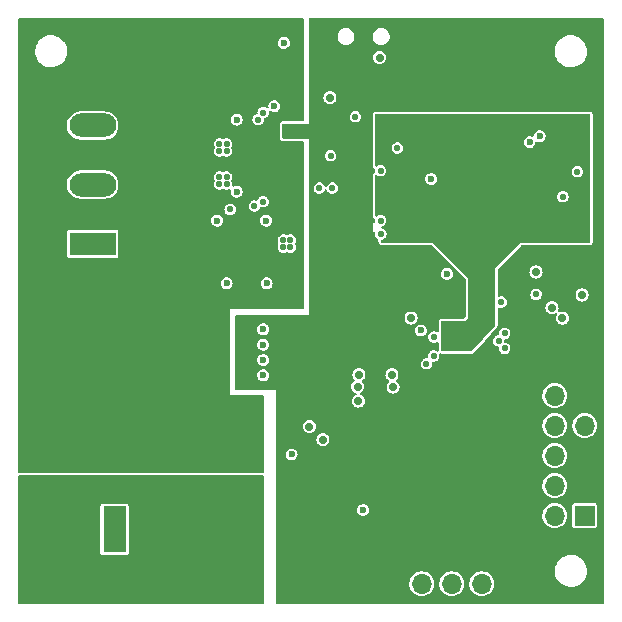
<source format=gbr>
%TF.GenerationSoftware,KiCad,Pcbnew,(6.0.9)*%
%TF.CreationDate,2023-03-20T14:35:20+01:00*%
%TF.ProjectId,BLDC_driver_small,424c4443-5f64-4726-9976-65725f736d61,rev?*%
%TF.SameCoordinates,Original*%
%TF.FileFunction,Copper,L2,Inr*%
%TF.FilePolarity,Positive*%
%FSLAX46Y46*%
G04 Gerber Fmt 4.6, Leading zero omitted, Abs format (unit mm)*
G04 Created by KiCad (PCBNEW (6.0.9)) date 2023-03-20 14:35:20*
%MOMM*%
%LPD*%
G01*
G04 APERTURE LIST*
%TA.AperFunction,ComponentPad*%
%ADD10O,1.700000X1.700000*%
%TD*%
%TA.AperFunction,ComponentPad*%
%ADD11R,1.700000X1.700000*%
%TD*%
%TA.AperFunction,ComponentPad*%
%ADD12O,1.980000X3.960000*%
%TD*%
%TA.AperFunction,ComponentPad*%
%ADD13R,1.980000X3.960000*%
%TD*%
%TA.AperFunction,ComponentPad*%
%ADD14O,3.960000X1.980000*%
%TD*%
%TA.AperFunction,ComponentPad*%
%ADD15R,3.960000X1.980000*%
%TD*%
%TA.AperFunction,ViaPad*%
%ADD16C,0.560000*%
%TD*%
%TA.AperFunction,ViaPad*%
%ADD17C,0.600000*%
%TD*%
%TA.AperFunction,ViaPad*%
%ADD18C,0.700000*%
%TD*%
G04 APERTURE END LIST*
D10*
%TO.N,/NRST*%
%TO.C,J3*%
X144635000Y-101565000D03*
%TO.N,GND*%
X147175000Y-101565000D03*
%TO.N,unconnected-(J3-Pad8)*%
X144635000Y-104105000D03*
%TO.N,unconnected-(J3-Pad7)*%
X147175000Y-104105000D03*
%TO.N,unconnected-(J3-Pad6)*%
X144635000Y-106645000D03*
%TO.N,GND*%
X147175000Y-106645000D03*
%TO.N,/SWD_{CLK}*%
X144635000Y-109185000D03*
%TO.N,GND*%
X147175000Y-109185000D03*
%TO.N,/SWD_{IO}*%
X144635000Y-111725000D03*
D11*
%TO.N,+3V3*%
X147175000Y-111725000D03*
%TD*%
D10*
%TO.N,/I2C_{SDA}*%
%TO.C,J4*%
X133370000Y-117500000D03*
%TO.N,/I2C_{SCL}*%
X135910000Y-117500000D03*
%TO.N,+3V3*%
X138450000Y-117500000D03*
D11*
%TO.N,GND*%
X140990000Y-117500000D03*
%TD*%
D12*
%TO.N,GNDREF*%
%TO.C,J1*%
X102365000Y-112900000D03*
D13*
%TO.N,/V_{pwr}*%
X107365000Y-112900000D03*
%TD*%
D14*
%TO.N,/OUT_{W}*%
%TO.C,J2*%
X105510000Y-78695000D03*
%TO.N,/OUT_{V}*%
X105510000Y-83695000D03*
D15*
%TO.N,/OUT_{U}*%
X105510000Y-88695000D03*
%TD*%
D16*
%TO.N,GND*%
X125250000Y-90600000D03*
D17*
X120950000Y-99850000D03*
%TO.N,GNDA*%
X119950000Y-99850000D03*
X119950000Y-98550000D03*
%TO.N,GND*%
X120950000Y-98550000D03*
X120950000Y-97250000D03*
%TO.N,GNDA*%
X119950000Y-97250000D03*
%TO.N,GND*%
X120950000Y-95950000D03*
%TO.N,GNDA*%
X119950000Y-95950000D03*
D18*
%TO.N,+3V3*%
X129800000Y-72950000D03*
X146950000Y-93050000D03*
X123850000Y-104200000D03*
D17*
X128400000Y-111250000D03*
D18*
X144399000Y-94107000D03*
X143050000Y-91100000D03*
X145288000Y-94996000D03*
X125000000Y-105300000D03*
D17*
X122350000Y-106550000D03*
D18*
%TO.N,GND*%
X125375000Y-100400000D03*
D17*
X125600000Y-75050000D03*
D18*
X123850000Y-110000000D03*
X139000000Y-107500000D03*
X125850000Y-115800000D03*
X146250000Y-90950000D03*
X145600000Y-75700000D03*
X139900000Y-107500000D03*
X134550000Y-90350000D03*
X146500000Y-75700000D03*
X128725000Y-95600000D03*
X131850000Y-102800000D03*
X137650000Y-72150000D03*
X124650000Y-82450000D03*
D17*
X132250000Y-110050000D03*
D18*
X138550000Y-73050000D03*
X146500000Y-76600000D03*
X129175000Y-94050000D03*
X139000000Y-106600000D03*
X131325000Y-90200000D03*
X143275000Y-96800000D03*
X128750000Y-105950000D03*
X124550000Y-101525000D03*
D17*
X131572000Y-74803000D03*
D18*
X139900000Y-106600000D03*
X133800000Y-100550000D03*
D17*
X134239000Y-72136000D03*
X122400000Y-111250000D03*
D18*
X126750000Y-115800000D03*
X146250000Y-90050000D03*
X147150000Y-90950000D03*
X125850000Y-116700000D03*
X126450000Y-79250000D03*
X145600000Y-76600000D03*
X137650000Y-73050000D03*
X144375000Y-96800000D03*
X130875000Y-91850000D03*
X126750000Y-116700000D03*
X147150000Y-90050000D03*
D17*
X142113000Y-72136000D03*
D18*
X139900000Y-112100000D03*
X138550000Y-72150000D03*
X139000000Y-113000000D03*
X139000000Y-112100000D03*
X139900000Y-113000000D03*
D17*
%TO.N,+3.3VA*%
X134175000Y-83225000D03*
D18*
X127950000Y-100800000D03*
X130950000Y-100850000D03*
D17*
X143350000Y-79600000D03*
X142500000Y-80100000D03*
X133300000Y-96050000D03*
%TO.N,/NRST*%
X135509000Y-91262200D03*
D16*
%TO.N,/SENSE_{U}+*%
X129900000Y-86750000D03*
D17*
X120200000Y-86750000D03*
D16*
%TO.N,/SENSE_{V}+*%
X129890000Y-82519000D03*
D17*
X116050000Y-86750000D03*
D16*
%TO.N,/SENSE_{W}+*%
X146550000Y-82600000D03*
D17*
X120900000Y-77050000D03*
D16*
%TO.N,/PWM_{U}*%
X124700000Y-84000000D03*
X140400000Y-97575000D03*
X133775000Y-98875000D03*
X117150000Y-85800000D03*
%TO.N,/PWM_{W}*%
X125800000Y-84000000D03*
X119950000Y-85150000D03*
X139875000Y-96925000D03*
X134375000Y-98225000D03*
%TO.N,/PWM_{V}*%
X127750000Y-77950000D03*
X119950000Y-77600000D03*
X134400000Y-96600000D03*
X140400000Y-96300000D03*
%TO.N,/SWD_{IO}*%
X143050000Y-93000000D03*
%TO.N,/I2C_{SDA}*%
X140100000Y-93650000D03*
%TO.N,/OUT_{W}*%
X116850000Y-80850000D03*
X116250000Y-80250000D03*
X116850000Y-80250000D03*
X116250000Y-80850000D03*
%TO.N,/OUT_{V}*%
X116250000Y-83050000D03*
X116850000Y-83050000D03*
X116250000Y-83650000D03*
X116850000Y-83650000D03*
%TO.N,/OUT_{U}*%
X121650000Y-88400000D03*
X121650000Y-89000000D03*
X122250000Y-89000000D03*
X122250000Y-88400000D03*
%TO.N,/ENABLE*%
X119200000Y-85500000D03*
X119523900Y-78200000D03*
X125650000Y-81250000D03*
D17*
%TO.N,/V_{CP}*%
X117700000Y-84300000D03*
X117700000Y-78200000D03*
D18*
%TO.N,GNDPWR*%
X115200000Y-90850000D03*
X118550000Y-90850000D03*
D17*
X120300000Y-81700000D03*
D18*
X106000000Y-93000000D03*
X107550000Y-106300000D03*
D17*
X121100000Y-82500000D03*
D18*
X114850000Y-102600000D03*
X101900000Y-89150000D03*
X102950000Y-97100000D03*
X114700000Y-98350000D03*
X102050000Y-100900000D03*
X116100000Y-72000000D03*
X115600000Y-96600000D03*
X116050000Y-90850000D03*
X109500000Y-86200000D03*
X101000000Y-83250000D03*
X107550000Y-107200000D03*
X114700000Y-96600000D03*
X118200000Y-107200000D03*
X101900000Y-88250000D03*
X120250000Y-90850000D03*
X105100000Y-92100000D03*
X101000000Y-79150000D03*
X118200000Y-106300000D03*
X120900000Y-72950000D03*
D17*
X119500000Y-80900000D03*
D18*
X106650000Y-106300000D03*
X115600000Y-97450000D03*
X115600000Y-99200000D03*
D17*
X121100000Y-81700000D03*
D18*
X101000000Y-89150000D03*
D17*
X120300000Y-80900000D03*
D18*
X119400000Y-90850000D03*
X109500000Y-81200000D03*
X114700000Y-99200000D03*
D17*
X119500000Y-82500000D03*
D18*
X119100000Y-107200000D03*
X108500000Y-72900000D03*
X115200000Y-84325000D03*
X103850000Y-100900000D03*
X117000000Y-72900000D03*
X101900000Y-79150000D03*
X120050000Y-72950000D03*
X107600000Y-72900000D03*
X114325000Y-80400000D03*
X103850000Y-97100000D03*
D17*
X121100000Y-80900000D03*
D18*
X101150000Y-97100000D03*
X101900000Y-83250000D03*
X116100000Y-72900000D03*
X114700000Y-97450000D03*
X116900000Y-90850000D03*
X101900000Y-84150000D03*
X102050000Y-97100000D03*
X119100000Y-106300000D03*
X101000000Y-78250000D03*
X106650000Y-107200000D03*
X105100000Y-93000000D03*
X107600000Y-72000000D03*
X101150000Y-100900000D03*
D17*
X120300000Y-82500000D03*
X119500000Y-81700000D03*
D18*
X102950000Y-100900000D03*
X121750000Y-72950000D03*
X106000000Y-92100000D03*
X101000000Y-84150000D03*
X101900000Y-78250000D03*
X117000000Y-72000000D03*
X115600000Y-98350000D03*
X108500000Y-72000000D03*
X101000000Y-88250000D03*
%TO.N,GNDA*%
X132475000Y-95000000D03*
X134700000Y-80600000D03*
X134600000Y-85900000D03*
X130850000Y-99800000D03*
X131000000Y-86300000D03*
X125600000Y-76350000D03*
X131953000Y-88011000D03*
X139900000Y-87300000D03*
X136017000Y-89357200D03*
X139750000Y-84800000D03*
X128000000Y-102025000D03*
X131125000Y-82700000D03*
X145175000Y-80475000D03*
X130900000Y-78700000D03*
X128050000Y-99800000D03*
X137300000Y-87300000D03*
X146050000Y-87630000D03*
X131125000Y-83750000D03*
X145175000Y-81575000D03*
X139900000Y-80850000D03*
%TO.N,GNDREF*%
X112400000Y-111200000D03*
X104500000Y-117400000D03*
X113700000Y-116500000D03*
X114600000Y-117400000D03*
X105400000Y-116500000D03*
X104500000Y-116500000D03*
X113700000Y-117400000D03*
X105400000Y-117400000D03*
X114600000Y-116500000D03*
D16*
%TO.N,/SENSE_{U}-*%
X129921000Y-87884000D03*
D17*
X120250000Y-92050000D03*
D16*
%TO.N,/SENSE_{V}-*%
X131300000Y-80600000D03*
D17*
X116850000Y-92050000D03*
%TO.N,/SENSE_{W}-*%
X121700000Y-71700000D03*
D16*
X145325000Y-84725000D03*
%TD*%
%TA.AperFunction,Conductor*%
%TO.N,GNDREF*%
G36*
X119959191Y-108324407D02*
G01*
X119995155Y-108373907D01*
X120000000Y-108404500D01*
X120000000Y-119100500D01*
X119981093Y-119158691D01*
X119931593Y-119194655D01*
X119901000Y-119199500D01*
X99299500Y-119199500D01*
X99241309Y-119180593D01*
X99205345Y-119131093D01*
X99200500Y-119100500D01*
X99200500Y-114899748D01*
X106174500Y-114899748D01*
X106186133Y-114958231D01*
X106230448Y-115024552D01*
X106296769Y-115068867D01*
X106306332Y-115070769D01*
X106306334Y-115070770D01*
X106329005Y-115075279D01*
X106355252Y-115080500D01*
X108374748Y-115080500D01*
X108400995Y-115075279D01*
X108423666Y-115070770D01*
X108423668Y-115070769D01*
X108433231Y-115068867D01*
X108499552Y-115024552D01*
X108543867Y-114958231D01*
X108555500Y-114899748D01*
X108555500Y-110900252D01*
X108543867Y-110841769D01*
X108499552Y-110775448D01*
X108433231Y-110731133D01*
X108423668Y-110729231D01*
X108423666Y-110729230D01*
X108400995Y-110724721D01*
X108374748Y-110719500D01*
X106355252Y-110719500D01*
X106329005Y-110724721D01*
X106306334Y-110729230D01*
X106306332Y-110729231D01*
X106296769Y-110731133D01*
X106230448Y-110775448D01*
X106186133Y-110841769D01*
X106174500Y-110900252D01*
X106174500Y-114899748D01*
X99200500Y-114899748D01*
X99200500Y-108404500D01*
X99219407Y-108346309D01*
X99268907Y-108310345D01*
X99299500Y-108305500D01*
X119901000Y-108305500D01*
X119959191Y-108324407D01*
G37*
%TD.AperFunction*%
%TD*%
%TA.AperFunction,Conductor*%
%TO.N,GNDA*%
G36*
X147609391Y-77742907D02*
G01*
X147645355Y-77792407D01*
X147650200Y-77823000D01*
X147650200Y-88547000D01*
X147631293Y-88605191D01*
X147581793Y-88641155D01*
X147551200Y-88646000D01*
X141700000Y-88646000D01*
X139599994Y-90748833D01*
X139599994Y-90759520D01*
X139600000Y-95591171D01*
X139581093Y-95649362D01*
X139573800Y-95658262D01*
X137629407Y-97768091D01*
X137576068Y-97798068D01*
X137556607Y-97800000D01*
X135099039Y-97800000D01*
X135040848Y-97781093D01*
X135004884Y-97731593D01*
X135000039Y-97700961D01*
X135000961Y-95348961D01*
X135019891Y-95290778D01*
X135069405Y-95254833D01*
X135099961Y-95250000D01*
X137033000Y-95250000D01*
X137300000Y-95000000D01*
X137287000Y-91567000D01*
X134366000Y-88646000D01*
X130089008Y-88646000D01*
X130030817Y-88627093D01*
X130019004Y-88617004D01*
X129933658Y-88531658D01*
X129905881Y-88477141D01*
X129915452Y-88416709D01*
X129958717Y-88373444D01*
X129981225Y-88366541D01*
X129981001Y-88365719D01*
X130113792Y-88329516D01*
X130231084Y-88257498D01*
X130323449Y-88155455D01*
X130383461Y-88031590D01*
X130384631Y-88024637D01*
X130384632Y-88024633D01*
X130405662Y-87899630D01*
X130405662Y-87899627D01*
X130406296Y-87895860D01*
X130406441Y-87884000D01*
X130386929Y-87747753D01*
X130329961Y-87622459D01*
X130273732Y-87557201D01*
X130244722Y-87523533D01*
X130244721Y-87523532D01*
X130240117Y-87518189D01*
X130234200Y-87514354D01*
X130234198Y-87514352D01*
X130130541Y-87447166D01*
X130130539Y-87447165D01*
X130124619Y-87443328D01*
X130117861Y-87441307D01*
X130117859Y-87441306D01*
X130007843Y-87408404D01*
X129957510Y-87373616D01*
X129937237Y-87315887D01*
X129954769Y-87257267D01*
X130003408Y-87220147D01*
X130010161Y-87218044D01*
X130092792Y-87195516D01*
X130210084Y-87123498D01*
X130220596Y-87111885D01*
X130297717Y-87026683D01*
X130297717Y-87026682D01*
X130302449Y-87021455D01*
X130362461Y-86897590D01*
X130363631Y-86890637D01*
X130363632Y-86890633D01*
X130384662Y-86765630D01*
X130384662Y-86765627D01*
X130385296Y-86761860D01*
X130385441Y-86750000D01*
X130365929Y-86613753D01*
X130308961Y-86488459D01*
X130252732Y-86423201D01*
X130223722Y-86389533D01*
X130223721Y-86389532D01*
X130219117Y-86384189D01*
X130213200Y-86380354D01*
X130213198Y-86380352D01*
X130109541Y-86313166D01*
X130109539Y-86313165D01*
X130103619Y-86309328D01*
X129971753Y-86269891D01*
X129891888Y-86269403D01*
X129841169Y-86269093D01*
X129841168Y-86269093D01*
X129834118Y-86269050D01*
X129827341Y-86270987D01*
X129827340Y-86270987D01*
X129708560Y-86304935D01*
X129708559Y-86304936D01*
X129701780Y-86306873D01*
X129695818Y-86310635D01*
X129695815Y-86310636D01*
X129630565Y-86351806D01*
X129585376Y-86380318D01*
X129580707Y-86385604D01*
X129576164Y-86389471D01*
X129519596Y-86412787D01*
X129460126Y-86398400D01*
X129420470Y-86351806D01*
X129413000Y-86314079D01*
X129413000Y-84719069D01*
X144839595Y-84719069D01*
X144857441Y-84855545D01*
X144860282Y-84862001D01*
X144860282Y-84862002D01*
X144867735Y-84878939D01*
X144912874Y-84981526D01*
X144917411Y-84986923D01*
X144917412Y-84986925D01*
X144925423Y-84996455D01*
X145001438Y-85086885D01*
X145007309Y-85090793D01*
X145007310Y-85090794D01*
X145018884Y-85098498D01*
X145116012Y-85163152D01*
X145122739Y-85165254D01*
X145122742Y-85165255D01*
X145240655Y-85202093D01*
X145240656Y-85202093D01*
X145247387Y-85204196D01*
X145316194Y-85205458D01*
X145377947Y-85206590D01*
X145377949Y-85206590D01*
X145385001Y-85206719D01*
X145391804Y-85204864D01*
X145391806Y-85204864D01*
X145464145Y-85185142D01*
X145517792Y-85170516D01*
X145635084Y-85098498D01*
X145645596Y-85086885D01*
X145722717Y-85001683D01*
X145722717Y-85001682D01*
X145727449Y-84996455D01*
X145787461Y-84872590D01*
X145788631Y-84865637D01*
X145788632Y-84865633D01*
X145809662Y-84740630D01*
X145809662Y-84740627D01*
X145810296Y-84736860D01*
X145810441Y-84725000D01*
X145790929Y-84588753D01*
X145733961Y-84463459D01*
X145644117Y-84359189D01*
X145638200Y-84355354D01*
X145638198Y-84355352D01*
X145534541Y-84288166D01*
X145534539Y-84288165D01*
X145528619Y-84284328D01*
X145396753Y-84244891D01*
X145316888Y-84244403D01*
X145266169Y-84244093D01*
X145266168Y-84244093D01*
X145259118Y-84244050D01*
X145252341Y-84245987D01*
X145252340Y-84245987D01*
X145133560Y-84279935D01*
X145133559Y-84279936D01*
X145126780Y-84281873D01*
X145120818Y-84285635D01*
X145120815Y-84285636D01*
X145016340Y-84351555D01*
X145010376Y-84355318D01*
X145005707Y-84360605D01*
X144923932Y-84453197D01*
X144923930Y-84453199D01*
X144919265Y-84458482D01*
X144860770Y-84583071D01*
X144839595Y-84719069D01*
X129413000Y-84719069D01*
X129413000Y-83218823D01*
X133669391Y-83218823D01*
X133670306Y-83225820D01*
X133670306Y-83225821D01*
X133671814Y-83237354D01*
X133687980Y-83360979D01*
X133690821Y-83367435D01*
X133690821Y-83367436D01*
X133698586Y-83385082D01*
X133745720Y-83492203D01*
X133758792Y-83507754D01*
X133833431Y-83596549D01*
X133833434Y-83596551D01*
X133837970Y-83601948D01*
X133843841Y-83605856D01*
X133843842Y-83605857D01*
X133856143Y-83614045D01*
X133957313Y-83681390D01*
X134057920Y-83712821D01*
X134087425Y-83722039D01*
X134087426Y-83722039D01*
X134094157Y-83724142D01*
X134165828Y-83725456D01*
X134230445Y-83726641D01*
X134230447Y-83726641D01*
X134237499Y-83726770D01*
X134244302Y-83724915D01*
X134244304Y-83724915D01*
X134319503Y-83704413D01*
X134375817Y-83689060D01*
X134497991Y-83614045D01*
X134505403Y-83605857D01*
X134589468Y-83512982D01*
X134594200Y-83507754D01*
X134656710Y-83378733D01*
X134660875Y-83353982D01*
X134679862Y-83241124D01*
X134679862Y-83241120D01*
X134680496Y-83237354D01*
X134680647Y-83225000D01*
X134660323Y-83083082D01*
X134612177Y-82977190D01*
X134603905Y-82958996D01*
X134603904Y-82958995D01*
X134600984Y-82952572D01*
X134507400Y-82843963D01*
X134387095Y-82765985D01*
X134249739Y-82724907D01*
X134166497Y-82724398D01*
X134113427Y-82724074D01*
X134113426Y-82724074D01*
X134106376Y-82724031D01*
X134099599Y-82725968D01*
X134099598Y-82725968D01*
X133975309Y-82761490D01*
X133975307Y-82761491D01*
X133968529Y-82763428D01*
X133847280Y-82839930D01*
X133842613Y-82845214D01*
X133842611Y-82845216D01*
X133757044Y-82942103D01*
X133757042Y-82942105D01*
X133752377Y-82947388D01*
X133749381Y-82953770D01*
X133749380Y-82953771D01*
X133744777Y-82963576D01*
X133691447Y-83077163D01*
X133669391Y-83218823D01*
X129413000Y-83218823D01*
X129413000Y-82963576D01*
X129431907Y-82905385D01*
X129481407Y-82869421D01*
X129542593Y-82869421D01*
X129566857Y-82881165D01*
X129675138Y-82953243D01*
X129675144Y-82953246D01*
X129681012Y-82957152D01*
X129687739Y-82959254D01*
X129687742Y-82959255D01*
X129805655Y-82996093D01*
X129805656Y-82996093D01*
X129812387Y-82998196D01*
X129881194Y-82999458D01*
X129942947Y-83000590D01*
X129942949Y-83000590D01*
X129950001Y-83000719D01*
X129956804Y-82998864D01*
X129956806Y-82998864D01*
X130069033Y-82968267D01*
X130082792Y-82964516D01*
X130200084Y-82892498D01*
X130220972Y-82869421D01*
X130287717Y-82795683D01*
X130287717Y-82795682D01*
X130292449Y-82790455D01*
X130352461Y-82666590D01*
X130353631Y-82659637D01*
X130353632Y-82659633D01*
X130364662Y-82594069D01*
X146064595Y-82594069D01*
X146082441Y-82730545D01*
X146085282Y-82737001D01*
X146085282Y-82737002D01*
X146134698Y-82849307D01*
X146137874Y-82856526D01*
X146142411Y-82861923D01*
X146142412Y-82861925D01*
X146193470Y-82922665D01*
X146226438Y-82961885D01*
X146232309Y-82965793D01*
X146232310Y-82965794D01*
X146243884Y-82973498D01*
X146341012Y-83038152D01*
X146347739Y-83040254D01*
X146347742Y-83040255D01*
X146465655Y-83077093D01*
X146465656Y-83077093D01*
X146472387Y-83079196D01*
X146541194Y-83080457D01*
X146602947Y-83081590D01*
X146602949Y-83081590D01*
X146610001Y-83081719D01*
X146616804Y-83079864D01*
X146616806Y-83079864D01*
X146689145Y-83060142D01*
X146742792Y-83045516D01*
X146860084Y-82973498D01*
X146874880Y-82957152D01*
X146947717Y-82876683D01*
X146947717Y-82876682D01*
X146952449Y-82871455D01*
X147012461Y-82747590D01*
X147013631Y-82740637D01*
X147013632Y-82740633D01*
X147034662Y-82615630D01*
X147034662Y-82615627D01*
X147035296Y-82611860D01*
X147035441Y-82600000D01*
X147015929Y-82463753D01*
X146976517Y-82377071D01*
X146961882Y-82344883D01*
X146961881Y-82344882D01*
X146958961Y-82338459D01*
X146869117Y-82234189D01*
X146863200Y-82230354D01*
X146863198Y-82230352D01*
X146759541Y-82163166D01*
X146759539Y-82163165D01*
X146753619Y-82159328D01*
X146621753Y-82119891D01*
X146541888Y-82119403D01*
X146491169Y-82119093D01*
X146491168Y-82119093D01*
X146484118Y-82119050D01*
X146477341Y-82120987D01*
X146477340Y-82120987D01*
X146358560Y-82154935D01*
X146358559Y-82154936D01*
X146351780Y-82156873D01*
X146345818Y-82160635D01*
X146345815Y-82160636D01*
X146241340Y-82226555D01*
X146235376Y-82230318D01*
X146211406Y-82257459D01*
X146148932Y-82328197D01*
X146148930Y-82328199D01*
X146144265Y-82333482D01*
X146085770Y-82458071D01*
X146084685Y-82465042D01*
X146084684Y-82465044D01*
X146076283Y-82519000D01*
X146064595Y-82594069D01*
X130364662Y-82594069D01*
X130374662Y-82534630D01*
X130374662Y-82534627D01*
X130375296Y-82530860D01*
X130375441Y-82519000D01*
X130355929Y-82382753D01*
X130298961Y-82257459D01*
X130214407Y-82159328D01*
X130213722Y-82158533D01*
X130213721Y-82158532D01*
X130209117Y-82153189D01*
X130203200Y-82149354D01*
X130203198Y-82149352D01*
X130099541Y-82082166D01*
X130099539Y-82082165D01*
X130093619Y-82078328D01*
X129961753Y-82038891D01*
X129881888Y-82038403D01*
X129831169Y-82038093D01*
X129831168Y-82038093D01*
X129824118Y-82038050D01*
X129817341Y-82039987D01*
X129817340Y-82039987D01*
X129698560Y-82073935D01*
X129698559Y-82073936D01*
X129691780Y-82075873D01*
X129685818Y-82079635D01*
X129685815Y-82079636D01*
X129581339Y-82145555D01*
X129581336Y-82145558D01*
X129575376Y-82149318D01*
X129574033Y-82150838D01*
X129519595Y-82173276D01*
X129460125Y-82158889D01*
X129420470Y-82112294D01*
X129413000Y-82074568D01*
X129413000Y-80594069D01*
X130814595Y-80594069D01*
X130832441Y-80730545D01*
X130835282Y-80737001D01*
X130835282Y-80737002D01*
X130842735Y-80753939D01*
X130887874Y-80856526D01*
X130892411Y-80861923D01*
X130892412Y-80861925D01*
X130900423Y-80871455D01*
X130976438Y-80961885D01*
X130982309Y-80965793D01*
X130982310Y-80965794D01*
X130993884Y-80973498D01*
X131091012Y-81038152D01*
X131097739Y-81040254D01*
X131097742Y-81040255D01*
X131215655Y-81077093D01*
X131215656Y-81077093D01*
X131222387Y-81079196D01*
X131291194Y-81080458D01*
X131352947Y-81081590D01*
X131352949Y-81081590D01*
X131360001Y-81081719D01*
X131366804Y-81079864D01*
X131366806Y-81079864D01*
X131439145Y-81060142D01*
X131492792Y-81045516D01*
X131610084Y-80973498D01*
X131620596Y-80961885D01*
X131697717Y-80876683D01*
X131697717Y-80876682D01*
X131702449Y-80871455D01*
X131762461Y-80747590D01*
X131763631Y-80740637D01*
X131763632Y-80740633D01*
X131784662Y-80615630D01*
X131784662Y-80615627D01*
X131785296Y-80611860D01*
X131785441Y-80600000D01*
X131765929Y-80463753D01*
X131708961Y-80338459D01*
X131619117Y-80234189D01*
X131613200Y-80230354D01*
X131613198Y-80230352D01*
X131509541Y-80163166D01*
X131509539Y-80163165D01*
X131503619Y-80159328D01*
X131371753Y-80119891D01*
X131291888Y-80119403D01*
X131241169Y-80119093D01*
X131241168Y-80119093D01*
X131234118Y-80119050D01*
X131227341Y-80120987D01*
X131227340Y-80120987D01*
X131108560Y-80154935D01*
X131108559Y-80154936D01*
X131101780Y-80156873D01*
X131095818Y-80160635D01*
X131095815Y-80160636D01*
X130991340Y-80226555D01*
X130985376Y-80230318D01*
X130951229Y-80268982D01*
X130898932Y-80328197D01*
X130898930Y-80328199D01*
X130894265Y-80333482D01*
X130835770Y-80458071D01*
X130814595Y-80594069D01*
X129413000Y-80594069D01*
X129413000Y-80093823D01*
X141994391Y-80093823D01*
X141995306Y-80100820D01*
X141995306Y-80100821D01*
X142002382Y-80154935D01*
X142012980Y-80235979D01*
X142015821Y-80242435D01*
X142015821Y-80242436D01*
X142023586Y-80260082D01*
X142070720Y-80367203D01*
X142083792Y-80382754D01*
X142158431Y-80471549D01*
X142158434Y-80471551D01*
X142162970Y-80476948D01*
X142168841Y-80480856D01*
X142168842Y-80480857D01*
X142181143Y-80489045D01*
X142282313Y-80556390D01*
X142380596Y-80587095D01*
X142412425Y-80597039D01*
X142412426Y-80597039D01*
X142419157Y-80599142D01*
X142490828Y-80600456D01*
X142555445Y-80601641D01*
X142555447Y-80601641D01*
X142562499Y-80601770D01*
X142569302Y-80599915D01*
X142569304Y-80599915D01*
X142644503Y-80579413D01*
X142700817Y-80564060D01*
X142822991Y-80489045D01*
X142830403Y-80480857D01*
X142914468Y-80387982D01*
X142919200Y-80382754D01*
X142981710Y-80253733D01*
X142985650Y-80230318D01*
X143002028Y-80132966D01*
X143030328Y-80078719D01*
X143085108Y-80051466D01*
X143131671Y-80058444D01*
X143132313Y-80056390D01*
X143262425Y-80097039D01*
X143262426Y-80097039D01*
X143269157Y-80099142D01*
X143340828Y-80100456D01*
X143405445Y-80101641D01*
X143405447Y-80101641D01*
X143412499Y-80101770D01*
X143419302Y-80099915D01*
X143419304Y-80099915D01*
X143497049Y-80078719D01*
X143550817Y-80064060D01*
X143672991Y-79989045D01*
X143769200Y-79882754D01*
X143831710Y-79753733D01*
X143838239Y-79714930D01*
X143854862Y-79616124D01*
X143854862Y-79616120D01*
X143855496Y-79612354D01*
X143855647Y-79600000D01*
X143835323Y-79458082D01*
X143775984Y-79327572D01*
X143682400Y-79218963D01*
X143562095Y-79140985D01*
X143424739Y-79099907D01*
X143341497Y-79099398D01*
X143288427Y-79099074D01*
X143288426Y-79099074D01*
X143281376Y-79099031D01*
X143274599Y-79100968D01*
X143274598Y-79100968D01*
X143150309Y-79136490D01*
X143150307Y-79136491D01*
X143143529Y-79138428D01*
X143022280Y-79214930D01*
X143017613Y-79220214D01*
X143017611Y-79220216D01*
X142932044Y-79317103D01*
X142932042Y-79317105D01*
X142927377Y-79322388D01*
X142866447Y-79452163D01*
X142865362Y-79459134D01*
X142848695Y-79566179D01*
X142821061Y-79620768D01*
X142766617Y-79648688D01*
X142712504Y-79641250D01*
X142712095Y-79640985D01*
X142705339Y-79638965D01*
X142705338Y-79638964D01*
X142581500Y-79601929D01*
X142574739Y-79599907D01*
X142491497Y-79599398D01*
X142438427Y-79599074D01*
X142438426Y-79599074D01*
X142431376Y-79599031D01*
X142424599Y-79600968D01*
X142424598Y-79600968D01*
X142300309Y-79636490D01*
X142300307Y-79636491D01*
X142293529Y-79638428D01*
X142172280Y-79714930D01*
X142167613Y-79720214D01*
X142167611Y-79720216D01*
X142082044Y-79817103D01*
X142082042Y-79817105D01*
X142077377Y-79822388D01*
X142016447Y-79952163D01*
X142015362Y-79959132D01*
X142015361Y-79959135D01*
X142000986Y-80051466D01*
X141994391Y-80093823D01*
X129413000Y-80093823D01*
X129413000Y-77823000D01*
X129431907Y-77764809D01*
X129481407Y-77728845D01*
X129512000Y-77724000D01*
X147551200Y-77724000D01*
X147609391Y-77742907D01*
G37*
%TD.AperFunction*%
%TD*%
%TA.AperFunction,Conductor*%
%TO.N,GNDPWR*%
G36*
X123359191Y-69619407D02*
G01*
X123395155Y-69668907D01*
X123400000Y-69699500D01*
X123400000Y-78245500D01*
X123381093Y-78303691D01*
X123331593Y-78339655D01*
X123301000Y-78344500D01*
X121649000Y-78344500D01*
X121616856Y-78347030D01*
X121586263Y-78351875D01*
X121580874Y-78354107D01*
X121580871Y-78354108D01*
X121503010Y-78386358D01*
X121503008Y-78386359D01*
X121497617Y-78388592D01*
X121448117Y-78424556D01*
X121420372Y-78448797D01*
X121373464Y-78527307D01*
X121371748Y-78532590D01*
X121371747Y-78532591D01*
X121359584Y-78570026D01*
X121354557Y-78585498D01*
X121353948Y-78589342D01*
X121353947Y-78589347D01*
X121352780Y-78596716D01*
X121344500Y-78649000D01*
X121344500Y-79701000D01*
X121347030Y-79733144D01*
X121351875Y-79763737D01*
X121354107Y-79769126D01*
X121354108Y-79769129D01*
X121386358Y-79846990D01*
X121388592Y-79852383D01*
X121424556Y-79901883D01*
X121448797Y-79929628D01*
X121527307Y-79976536D01*
X121585498Y-79995443D01*
X121589342Y-79996052D01*
X121589347Y-79996053D01*
X121645152Y-80004891D01*
X121645157Y-80004891D01*
X121649000Y-80005500D01*
X123301000Y-80005500D01*
X123359191Y-80024407D01*
X123395155Y-80073907D01*
X123400000Y-80104500D01*
X123400000Y-94101000D01*
X123381093Y-94159191D01*
X123331593Y-94195155D01*
X123301000Y-94200000D01*
X117100000Y-94200000D01*
X117100000Y-101550000D01*
X119901000Y-101550000D01*
X119959191Y-101568907D01*
X119995155Y-101618407D01*
X120000000Y-101649000D01*
X120000000Y-108001000D01*
X119981093Y-108059191D01*
X119931593Y-108095155D01*
X119901000Y-108100000D01*
X99299500Y-108100000D01*
X99241309Y-108081093D01*
X99205345Y-108031593D01*
X99200500Y-108001000D01*
X99200500Y-92043823D01*
X116344391Y-92043823D01*
X116345306Y-92050820D01*
X116345306Y-92050821D01*
X116346814Y-92062354D01*
X116362980Y-92185979D01*
X116365821Y-92192435D01*
X116365821Y-92192436D01*
X116373586Y-92210082D01*
X116420720Y-92317203D01*
X116433792Y-92332754D01*
X116508431Y-92421549D01*
X116508434Y-92421551D01*
X116512970Y-92426948D01*
X116518841Y-92430856D01*
X116518842Y-92430857D01*
X116531143Y-92439045D01*
X116632313Y-92506390D01*
X116732920Y-92537821D01*
X116762425Y-92547039D01*
X116762426Y-92547039D01*
X116769157Y-92549142D01*
X116840828Y-92550456D01*
X116905445Y-92551641D01*
X116905447Y-92551641D01*
X116912499Y-92551770D01*
X116919302Y-92549915D01*
X116919304Y-92549915D01*
X116994503Y-92529413D01*
X117050817Y-92514060D01*
X117172991Y-92439045D01*
X117180403Y-92430857D01*
X117264468Y-92337982D01*
X117269200Y-92332754D01*
X117331710Y-92203733D01*
X117335875Y-92178982D01*
X117354862Y-92066124D01*
X117354862Y-92066120D01*
X117355496Y-92062354D01*
X117355647Y-92050000D01*
X117354762Y-92043823D01*
X119744391Y-92043823D01*
X119745306Y-92050820D01*
X119745306Y-92050821D01*
X119746814Y-92062354D01*
X119762980Y-92185979D01*
X119765821Y-92192435D01*
X119765821Y-92192436D01*
X119773586Y-92210082D01*
X119820720Y-92317203D01*
X119833792Y-92332754D01*
X119908431Y-92421549D01*
X119908434Y-92421551D01*
X119912970Y-92426948D01*
X119918841Y-92430856D01*
X119918842Y-92430857D01*
X119931143Y-92439045D01*
X120032313Y-92506390D01*
X120132920Y-92537821D01*
X120162425Y-92547039D01*
X120162426Y-92547039D01*
X120169157Y-92549142D01*
X120240828Y-92550456D01*
X120305445Y-92551641D01*
X120305447Y-92551641D01*
X120312499Y-92551770D01*
X120319302Y-92549915D01*
X120319304Y-92549915D01*
X120394503Y-92529413D01*
X120450817Y-92514060D01*
X120572991Y-92439045D01*
X120580403Y-92430857D01*
X120664468Y-92337982D01*
X120669200Y-92332754D01*
X120731710Y-92203733D01*
X120735875Y-92178982D01*
X120754862Y-92066124D01*
X120754862Y-92066120D01*
X120755496Y-92062354D01*
X120755647Y-92050000D01*
X120735323Y-91908082D01*
X120675984Y-91777572D01*
X120582400Y-91668963D01*
X120462095Y-91590985D01*
X120324739Y-91549907D01*
X120241497Y-91549398D01*
X120188427Y-91549074D01*
X120188426Y-91549074D01*
X120181376Y-91549031D01*
X120174599Y-91550968D01*
X120174598Y-91550968D01*
X120050309Y-91586490D01*
X120050307Y-91586491D01*
X120043529Y-91588428D01*
X119922280Y-91664930D01*
X119917613Y-91670214D01*
X119917611Y-91670216D01*
X119832044Y-91767103D01*
X119832042Y-91767105D01*
X119827377Y-91772388D01*
X119766447Y-91902163D01*
X119744391Y-92043823D01*
X117354762Y-92043823D01*
X117335323Y-91908082D01*
X117275984Y-91777572D01*
X117182400Y-91668963D01*
X117062095Y-91590985D01*
X116924739Y-91549907D01*
X116841497Y-91549398D01*
X116788427Y-91549074D01*
X116788426Y-91549074D01*
X116781376Y-91549031D01*
X116774599Y-91550968D01*
X116774598Y-91550968D01*
X116650309Y-91586490D01*
X116650307Y-91586491D01*
X116643529Y-91588428D01*
X116522280Y-91664930D01*
X116517613Y-91670214D01*
X116517611Y-91670216D01*
X116432044Y-91767103D01*
X116432042Y-91767105D01*
X116427377Y-91772388D01*
X116366447Y-91902163D01*
X116344391Y-92043823D01*
X99200500Y-92043823D01*
X99200500Y-89704748D01*
X103329500Y-89704748D01*
X103341133Y-89763231D01*
X103385448Y-89829552D01*
X103451769Y-89873867D01*
X103461332Y-89875769D01*
X103461334Y-89875770D01*
X103484005Y-89880279D01*
X103510252Y-89885500D01*
X107509748Y-89885500D01*
X107535995Y-89880279D01*
X107558666Y-89875770D01*
X107558668Y-89875769D01*
X107568231Y-89873867D01*
X107634552Y-89829552D01*
X107678867Y-89763231D01*
X107690500Y-89704748D01*
X107690500Y-88994069D01*
X121164595Y-88994069D01*
X121182441Y-89130545D01*
X121185282Y-89137001D01*
X121185282Y-89137002D01*
X121192735Y-89153939D01*
X121237874Y-89256526D01*
X121242411Y-89261923D01*
X121242412Y-89261925D01*
X121250423Y-89271455D01*
X121326438Y-89361885D01*
X121332309Y-89365793D01*
X121332310Y-89365794D01*
X121343884Y-89373498D01*
X121441012Y-89438152D01*
X121447739Y-89440254D01*
X121447742Y-89440255D01*
X121565655Y-89477093D01*
X121565656Y-89477093D01*
X121572387Y-89479196D01*
X121641194Y-89480457D01*
X121702947Y-89481590D01*
X121702949Y-89481590D01*
X121710001Y-89481719D01*
X121716804Y-89479864D01*
X121716806Y-89479864D01*
X121789145Y-89460142D01*
X121842792Y-89445516D01*
X121897704Y-89411799D01*
X121957185Y-89397464D01*
X122004359Y-89413754D01*
X122041012Y-89438152D01*
X122047739Y-89440254D01*
X122047742Y-89440255D01*
X122165655Y-89477093D01*
X122165656Y-89477093D01*
X122172387Y-89479196D01*
X122241194Y-89480457D01*
X122302947Y-89481590D01*
X122302949Y-89481590D01*
X122310001Y-89481719D01*
X122316804Y-89479864D01*
X122316806Y-89479864D01*
X122389145Y-89460142D01*
X122442792Y-89445516D01*
X122560084Y-89373498D01*
X122570596Y-89361885D01*
X122647717Y-89276683D01*
X122647717Y-89276682D01*
X122652449Y-89271455D01*
X122712461Y-89147590D01*
X122713631Y-89140637D01*
X122713632Y-89140633D01*
X122734662Y-89015630D01*
X122734662Y-89015627D01*
X122735296Y-89011860D01*
X122735441Y-89000000D01*
X122715929Y-88863753D01*
X122703044Y-88835414D01*
X122659331Y-88739272D01*
X122652458Y-88678474D01*
X122660359Y-88655131D01*
X122709384Y-88553942D01*
X122709385Y-88553939D01*
X122712461Y-88547590D01*
X122713631Y-88540637D01*
X122713632Y-88540633D01*
X122734662Y-88415630D01*
X122734662Y-88415627D01*
X122735296Y-88411860D01*
X122735441Y-88400000D01*
X122715929Y-88263753D01*
X122658961Y-88138459D01*
X122569117Y-88034189D01*
X122563200Y-88030354D01*
X122563198Y-88030352D01*
X122459541Y-87963166D01*
X122459539Y-87963165D01*
X122453619Y-87959328D01*
X122321753Y-87919891D01*
X122241888Y-87919403D01*
X122191169Y-87919093D01*
X122191168Y-87919093D01*
X122184118Y-87919050D01*
X122177341Y-87920987D01*
X122177340Y-87920987D01*
X122058560Y-87954935D01*
X122058559Y-87954936D01*
X122051780Y-87956873D01*
X122045816Y-87960636D01*
X122045812Y-87960638D01*
X122002992Y-87987655D01*
X121943690Y-88002716D01*
X121896319Y-87987004D01*
X121859541Y-87963166D01*
X121859539Y-87963165D01*
X121853619Y-87959328D01*
X121721753Y-87919891D01*
X121641888Y-87919403D01*
X121591169Y-87919093D01*
X121591168Y-87919093D01*
X121584118Y-87919050D01*
X121577341Y-87920987D01*
X121577340Y-87920987D01*
X121458560Y-87954935D01*
X121458559Y-87954936D01*
X121451780Y-87956873D01*
X121445818Y-87960635D01*
X121445815Y-87960636D01*
X121349447Y-88021440D01*
X121335376Y-88030318D01*
X121330707Y-88035605D01*
X121248932Y-88128197D01*
X121248930Y-88128199D01*
X121244265Y-88133482D01*
X121185770Y-88258071D01*
X121164595Y-88394069D01*
X121165510Y-88401066D01*
X121165510Y-88401067D01*
X121180702Y-88517247D01*
X121182441Y-88530545D01*
X121185282Y-88537001D01*
X121185282Y-88537002D01*
X121237874Y-88656526D01*
X121236292Y-88657222D01*
X121248884Y-88708098D01*
X121239752Y-88743094D01*
X121185770Y-88858071D01*
X121164595Y-88994069D01*
X107690500Y-88994069D01*
X107690500Y-87685252D01*
X107678867Y-87626769D01*
X107634552Y-87560448D01*
X107568231Y-87516133D01*
X107558668Y-87514231D01*
X107558666Y-87514230D01*
X107525830Y-87507699D01*
X107509748Y-87504500D01*
X103510252Y-87504500D01*
X103494170Y-87507699D01*
X103461334Y-87514230D01*
X103461332Y-87514231D01*
X103451769Y-87516133D01*
X103385448Y-87560448D01*
X103341133Y-87626769D01*
X103329500Y-87685252D01*
X103329500Y-89704748D01*
X99200500Y-89704748D01*
X99200500Y-86743823D01*
X115544391Y-86743823D01*
X115545306Y-86750820D01*
X115545306Y-86750821D01*
X115546814Y-86762354D01*
X115562980Y-86885979D01*
X115565821Y-86892435D01*
X115565821Y-86892436D01*
X115573586Y-86910082D01*
X115620720Y-87017203D01*
X115633792Y-87032754D01*
X115708431Y-87121549D01*
X115708434Y-87121551D01*
X115712970Y-87126948D01*
X115718841Y-87130856D01*
X115718842Y-87130857D01*
X115731143Y-87139045D01*
X115832313Y-87206390D01*
X115932920Y-87237821D01*
X115962425Y-87247039D01*
X115962426Y-87247039D01*
X115969157Y-87249142D01*
X116040828Y-87250456D01*
X116105445Y-87251641D01*
X116105447Y-87251641D01*
X116112499Y-87251770D01*
X116119302Y-87249915D01*
X116119304Y-87249915D01*
X116194503Y-87229413D01*
X116250817Y-87214060D01*
X116372991Y-87139045D01*
X116380403Y-87130857D01*
X116464468Y-87037982D01*
X116469200Y-87032754D01*
X116531710Y-86903733D01*
X116535875Y-86878982D01*
X116554862Y-86766124D01*
X116554862Y-86766120D01*
X116555496Y-86762354D01*
X116555647Y-86750000D01*
X116554762Y-86743823D01*
X119694391Y-86743823D01*
X119695306Y-86750820D01*
X119695306Y-86750821D01*
X119696814Y-86762354D01*
X119712980Y-86885979D01*
X119715821Y-86892435D01*
X119715821Y-86892436D01*
X119723586Y-86910082D01*
X119770720Y-87017203D01*
X119783792Y-87032754D01*
X119858431Y-87121549D01*
X119858434Y-87121551D01*
X119862970Y-87126948D01*
X119868841Y-87130856D01*
X119868842Y-87130857D01*
X119881143Y-87139045D01*
X119982313Y-87206390D01*
X120082920Y-87237821D01*
X120112425Y-87247039D01*
X120112426Y-87247039D01*
X120119157Y-87249142D01*
X120190828Y-87250456D01*
X120255445Y-87251641D01*
X120255447Y-87251641D01*
X120262499Y-87251770D01*
X120269302Y-87249915D01*
X120269304Y-87249915D01*
X120344503Y-87229413D01*
X120400817Y-87214060D01*
X120522991Y-87139045D01*
X120530403Y-87130857D01*
X120614468Y-87037982D01*
X120619200Y-87032754D01*
X120681710Y-86903733D01*
X120685875Y-86878982D01*
X120704862Y-86766124D01*
X120704862Y-86766120D01*
X120705496Y-86762354D01*
X120705647Y-86750000D01*
X120685323Y-86608082D01*
X120625984Y-86477572D01*
X120532400Y-86368963D01*
X120412095Y-86290985D01*
X120274739Y-86249907D01*
X120191497Y-86249398D01*
X120138427Y-86249074D01*
X120138426Y-86249074D01*
X120131376Y-86249031D01*
X120124599Y-86250968D01*
X120124598Y-86250968D01*
X120000309Y-86286490D01*
X120000307Y-86286491D01*
X119993529Y-86288428D01*
X119872280Y-86364930D01*
X119867613Y-86370214D01*
X119867611Y-86370216D01*
X119782044Y-86467103D01*
X119782042Y-86467105D01*
X119777377Y-86472388D01*
X119716447Y-86602163D01*
X119694391Y-86743823D01*
X116554762Y-86743823D01*
X116535323Y-86608082D01*
X116475984Y-86477572D01*
X116382400Y-86368963D01*
X116262095Y-86290985D01*
X116124739Y-86249907D01*
X116041497Y-86249398D01*
X115988427Y-86249074D01*
X115988426Y-86249074D01*
X115981376Y-86249031D01*
X115974599Y-86250968D01*
X115974598Y-86250968D01*
X115850309Y-86286490D01*
X115850307Y-86286491D01*
X115843529Y-86288428D01*
X115722280Y-86364930D01*
X115717613Y-86370214D01*
X115717611Y-86370216D01*
X115632044Y-86467103D01*
X115632042Y-86467105D01*
X115627377Y-86472388D01*
X115566447Y-86602163D01*
X115544391Y-86743823D01*
X99200500Y-86743823D01*
X99200500Y-85794069D01*
X116664595Y-85794069D01*
X116682441Y-85930545D01*
X116685282Y-85937001D01*
X116685282Y-85937002D01*
X116702923Y-85977093D01*
X116737874Y-86056526D01*
X116742411Y-86061923D01*
X116742412Y-86061925D01*
X116750423Y-86071455D01*
X116826438Y-86161885D01*
X116832309Y-86165793D01*
X116832310Y-86165794D01*
X116843884Y-86173498D01*
X116941012Y-86238152D01*
X116947739Y-86240254D01*
X116947742Y-86240255D01*
X117065655Y-86277093D01*
X117065656Y-86277093D01*
X117072387Y-86279196D01*
X117141194Y-86280457D01*
X117202947Y-86281590D01*
X117202949Y-86281590D01*
X117210001Y-86281719D01*
X117216804Y-86279864D01*
X117216806Y-86279864D01*
X117326686Y-86249907D01*
X117342792Y-86245516D01*
X117460084Y-86173498D01*
X117470596Y-86161885D01*
X117547717Y-86076683D01*
X117547717Y-86076682D01*
X117552449Y-86071455D01*
X117612461Y-85947590D01*
X117613631Y-85940637D01*
X117613632Y-85940633D01*
X117634662Y-85815630D01*
X117634662Y-85815627D01*
X117635296Y-85811860D01*
X117635441Y-85800000D01*
X117615929Y-85663753D01*
X117558961Y-85538459D01*
X117520712Y-85494069D01*
X118714595Y-85494069D01*
X118715510Y-85501066D01*
X118715510Y-85501067D01*
X118727991Y-85596513D01*
X118732441Y-85630545D01*
X118735282Y-85637001D01*
X118735282Y-85637002D01*
X118741742Y-85651682D01*
X118787874Y-85756526D01*
X118792411Y-85761923D01*
X118792412Y-85761925D01*
X118800423Y-85771455D01*
X118876438Y-85861885D01*
X118882309Y-85865793D01*
X118882310Y-85865794D01*
X118893884Y-85873498D01*
X118991012Y-85938152D01*
X118997739Y-85940254D01*
X118997742Y-85940255D01*
X119115655Y-85977093D01*
X119115656Y-85977093D01*
X119122387Y-85979196D01*
X119191194Y-85980457D01*
X119252947Y-85981590D01*
X119252949Y-85981590D01*
X119260001Y-85981719D01*
X119266804Y-85979864D01*
X119266806Y-85979864D01*
X119361897Y-85953939D01*
X119392792Y-85945516D01*
X119510084Y-85873498D01*
X119520596Y-85861885D01*
X119597717Y-85776683D01*
X119597717Y-85776682D01*
X119602449Y-85771455D01*
X119657742Y-85657331D01*
X119660606Y-85651419D01*
X119702994Y-85607295D01*
X119763221Y-85596513D01*
X119779214Y-85600087D01*
X119872387Y-85629196D01*
X119941194Y-85630457D01*
X120002947Y-85631590D01*
X120002949Y-85631590D01*
X120010001Y-85631719D01*
X120016804Y-85629864D01*
X120016806Y-85629864D01*
X120126018Y-85600089D01*
X120142792Y-85595516D01*
X120260084Y-85523498D01*
X120286722Y-85494069D01*
X120347717Y-85426683D01*
X120347717Y-85426682D01*
X120352449Y-85421455D01*
X120412461Y-85297590D01*
X120413631Y-85290637D01*
X120413632Y-85290633D01*
X120434662Y-85165630D01*
X120434662Y-85165627D01*
X120435296Y-85161860D01*
X120435441Y-85150000D01*
X120415929Y-85013753D01*
X120358961Y-84888459D01*
X120293443Y-84812421D01*
X120273722Y-84789533D01*
X120273721Y-84789532D01*
X120269117Y-84784189D01*
X120263200Y-84780354D01*
X120263198Y-84780352D01*
X120159541Y-84713166D01*
X120159539Y-84713165D01*
X120153619Y-84709328D01*
X120021753Y-84669891D01*
X119941888Y-84669403D01*
X119891169Y-84669093D01*
X119891168Y-84669093D01*
X119884118Y-84669050D01*
X119877341Y-84670987D01*
X119877340Y-84670987D01*
X119758560Y-84704935D01*
X119758559Y-84704936D01*
X119751780Y-84706873D01*
X119745818Y-84710635D01*
X119745815Y-84710636D01*
X119658205Y-84765914D01*
X119635376Y-84780318D01*
X119618356Y-84799590D01*
X119548932Y-84878197D01*
X119548930Y-84878199D01*
X119544265Y-84883482D01*
X119490806Y-84997345D01*
X119448961Y-85041983D01*
X119388869Y-85053500D01*
X119372831Y-85050120D01*
X119271753Y-85019891D01*
X119191888Y-85019403D01*
X119141169Y-85019093D01*
X119141168Y-85019093D01*
X119134118Y-85019050D01*
X119127341Y-85020987D01*
X119127340Y-85020987D01*
X119008560Y-85054935D01*
X119008559Y-85054936D01*
X119001780Y-85056873D01*
X118995818Y-85060635D01*
X118995815Y-85060636D01*
X118891340Y-85126555D01*
X118885376Y-85130318D01*
X118880707Y-85135605D01*
X118798932Y-85228197D01*
X118798930Y-85228199D01*
X118794265Y-85233482D01*
X118735770Y-85358071D01*
X118714595Y-85494069D01*
X117520712Y-85494069D01*
X117469117Y-85434189D01*
X117463200Y-85430354D01*
X117463198Y-85430352D01*
X117359541Y-85363166D01*
X117359539Y-85363165D01*
X117353619Y-85359328D01*
X117221753Y-85319891D01*
X117141888Y-85319403D01*
X117091169Y-85319093D01*
X117091168Y-85319093D01*
X117084118Y-85319050D01*
X117077341Y-85320987D01*
X117077340Y-85320987D01*
X116958560Y-85354935D01*
X116958559Y-85354936D01*
X116951780Y-85356873D01*
X116945818Y-85360635D01*
X116945815Y-85360636D01*
X116859479Y-85415110D01*
X116835376Y-85430318D01*
X116830707Y-85435605D01*
X116748932Y-85528197D01*
X116748930Y-85528199D01*
X116744265Y-85533482D01*
X116685770Y-85658071D01*
X116664595Y-85794069D01*
X99200500Y-85794069D01*
X99200500Y-83788806D01*
X103328086Y-83788806D01*
X103328855Y-83793279D01*
X103328855Y-83793284D01*
X103337052Y-83840985D01*
X103365139Y-84004444D01*
X103440869Y-84209719D01*
X103552739Y-84397756D01*
X103555734Y-84401171D01*
X103555736Y-84401174D01*
X103591922Y-84442436D01*
X103697003Y-84562258D01*
X103868830Y-84697715D01*
X103872845Y-84699827D01*
X103872846Y-84699828D01*
X103904392Y-84716425D01*
X104062464Y-84799590D01*
X104145495Y-84825372D01*
X104267082Y-84863126D01*
X104267085Y-84863127D01*
X104271421Y-84864473D01*
X104275931Y-84865007D01*
X104275932Y-84865007D01*
X104312610Y-84869348D01*
X104449077Y-84885500D01*
X106555504Y-84885500D01*
X106717881Y-84870580D01*
X106928465Y-84811189D01*
X106947827Y-84801641D01*
X107120627Y-84716425D01*
X107120626Y-84716425D01*
X107124699Y-84714417D01*
X107300013Y-84583504D01*
X107448533Y-84422835D01*
X107529934Y-84293823D01*
X107562866Y-84241628D01*
X107565287Y-84237791D01*
X107646365Y-84034569D01*
X107689050Y-83819974D01*
X107690461Y-83712197D01*
X107691353Y-83644069D01*
X115764595Y-83644069D01*
X115765510Y-83651066D01*
X115765510Y-83651067D01*
X115778818Y-83752841D01*
X115782441Y-83780545D01*
X115785282Y-83787001D01*
X115785282Y-83787002D01*
X115813136Y-83850304D01*
X115837874Y-83906526D01*
X115842411Y-83911923D01*
X115842412Y-83911925D01*
X115890704Y-83969375D01*
X115926438Y-84011885D01*
X116041012Y-84088152D01*
X116047739Y-84090254D01*
X116047742Y-84090255D01*
X116165655Y-84127093D01*
X116165656Y-84127093D01*
X116172387Y-84129196D01*
X116241194Y-84130458D01*
X116302947Y-84131590D01*
X116302949Y-84131590D01*
X116310001Y-84131719D01*
X116316804Y-84129864D01*
X116316806Y-84129864D01*
X116389145Y-84110142D01*
X116442792Y-84095516D01*
X116497704Y-84061799D01*
X116557185Y-84047464D01*
X116604359Y-84063754D01*
X116641012Y-84088152D01*
X116647739Y-84090254D01*
X116647742Y-84090255D01*
X116765655Y-84127093D01*
X116765656Y-84127093D01*
X116772387Y-84129196D01*
X116841194Y-84130458D01*
X116902947Y-84131590D01*
X116902949Y-84131590D01*
X116910001Y-84131719D01*
X116916804Y-84129864D01*
X116916806Y-84129864D01*
X116989145Y-84110142D01*
X117042792Y-84095516D01*
X117048802Y-84091826D01*
X117061974Y-84083739D01*
X117121456Y-84069405D01*
X117178004Y-84092771D01*
X117210018Y-84144913D01*
X117211594Y-84183333D01*
X117194391Y-84293823D01*
X117195306Y-84300820D01*
X117195306Y-84300821D01*
X117196814Y-84312354D01*
X117212980Y-84435979D01*
X117215821Y-84442435D01*
X117215821Y-84442436D01*
X117223586Y-84460082D01*
X117270720Y-84567203D01*
X117288187Y-84587982D01*
X117358431Y-84671549D01*
X117358434Y-84671551D01*
X117362970Y-84676948D01*
X117368841Y-84680856D01*
X117368842Y-84680857D01*
X117397342Y-84699828D01*
X117482313Y-84756390D01*
X117571294Y-84784189D01*
X117612425Y-84797039D01*
X117612426Y-84797039D01*
X117619157Y-84799142D01*
X117690828Y-84800456D01*
X117755445Y-84801641D01*
X117755447Y-84801641D01*
X117762499Y-84801770D01*
X117769302Y-84799915D01*
X117769304Y-84799915D01*
X117854986Y-84776555D01*
X117900817Y-84764060D01*
X118022991Y-84689045D01*
X118030403Y-84680857D01*
X118114468Y-84587982D01*
X118119200Y-84582754D01*
X118181710Y-84453733D01*
X118185875Y-84428982D01*
X118204862Y-84316124D01*
X118204862Y-84316120D01*
X118205496Y-84312354D01*
X118205647Y-84300000D01*
X118185323Y-84158082D01*
X118151751Y-84084244D01*
X118128905Y-84033996D01*
X118128904Y-84033995D01*
X118125984Y-84027572D01*
X118032400Y-83918963D01*
X117912095Y-83840985D01*
X117774739Y-83799907D01*
X117691497Y-83799398D01*
X117638427Y-83799074D01*
X117638426Y-83799074D01*
X117631376Y-83799031D01*
X117624599Y-83800968D01*
X117624598Y-83800968D01*
X117500309Y-83836490D01*
X117500307Y-83836491D01*
X117493529Y-83838428D01*
X117482511Y-83845380D01*
X117470445Y-83852993D01*
X117411142Y-83868053D01*
X117354313Y-83845380D01*
X117321664Y-83793633D01*
X117319990Y-83752841D01*
X117334661Y-83665633D01*
X117335296Y-83661860D01*
X117335441Y-83650000D01*
X117315929Y-83513753D01*
X117303044Y-83485414D01*
X117259331Y-83389272D01*
X117252458Y-83328474D01*
X117260359Y-83305131D01*
X117309384Y-83203942D01*
X117309385Y-83203939D01*
X117312461Y-83197590D01*
X117313631Y-83190637D01*
X117313632Y-83190633D01*
X117334662Y-83065630D01*
X117334662Y-83065627D01*
X117335296Y-83061860D01*
X117335441Y-83050000D01*
X117315929Y-82913753D01*
X117276822Y-82827742D01*
X117261882Y-82794883D01*
X117261881Y-82794882D01*
X117258961Y-82788459D01*
X117176093Y-82692285D01*
X117173722Y-82689533D01*
X117173721Y-82689532D01*
X117169117Y-82684189D01*
X117163200Y-82680354D01*
X117163198Y-82680352D01*
X117059541Y-82613166D01*
X117059539Y-82613165D01*
X117053619Y-82609328D01*
X116921753Y-82569891D01*
X116841888Y-82569403D01*
X116791169Y-82569093D01*
X116791168Y-82569093D01*
X116784118Y-82569050D01*
X116777341Y-82570987D01*
X116777340Y-82570987D01*
X116658560Y-82604935D01*
X116658559Y-82604936D01*
X116651780Y-82606873D01*
X116645816Y-82610636D01*
X116645812Y-82610638D01*
X116602992Y-82637655D01*
X116543690Y-82652716D01*
X116496319Y-82637004D01*
X116459541Y-82613166D01*
X116459539Y-82613165D01*
X116453619Y-82609328D01*
X116321753Y-82569891D01*
X116241888Y-82569403D01*
X116191169Y-82569093D01*
X116191168Y-82569093D01*
X116184118Y-82569050D01*
X116177341Y-82570987D01*
X116177340Y-82570987D01*
X116058560Y-82604935D01*
X116058559Y-82604936D01*
X116051780Y-82606873D01*
X116045818Y-82610635D01*
X116045815Y-82610636D01*
X115949447Y-82671440D01*
X115935376Y-82680318D01*
X115924807Y-82692285D01*
X115848932Y-82778197D01*
X115848930Y-82778199D01*
X115844265Y-82783482D01*
X115785770Y-82908071D01*
X115764595Y-83044069D01*
X115782441Y-83180545D01*
X115785282Y-83187001D01*
X115785282Y-83187002D01*
X115837874Y-83306526D01*
X115836292Y-83307222D01*
X115848884Y-83358098D01*
X115839752Y-83393094D01*
X115785770Y-83508071D01*
X115784685Y-83515042D01*
X115784684Y-83515044D01*
X115775417Y-83574565D01*
X115764595Y-83644069D01*
X107691353Y-83644069D01*
X107691855Y-83605734D01*
X107691855Y-83605729D01*
X107691914Y-83601194D01*
X107687339Y-83574565D01*
X107655629Y-83390028D01*
X107654861Y-83385556D01*
X107579131Y-83180281D01*
X107467261Y-82992244D01*
X107445268Y-82967165D01*
X107325991Y-82831156D01*
X107322997Y-82827742D01*
X107151170Y-82692285D01*
X107119425Y-82675583D01*
X107075961Y-82652716D01*
X106957536Y-82590410D01*
X106874505Y-82564628D01*
X106752918Y-82526874D01*
X106752915Y-82526873D01*
X106748579Y-82525527D01*
X106744069Y-82524993D01*
X106744068Y-82524993D01*
X106693475Y-82519005D01*
X106570923Y-82504500D01*
X104464496Y-82504500D01*
X104302119Y-82519420D01*
X104091535Y-82578811D01*
X104087462Y-82580820D01*
X104087461Y-82580820D01*
X104063734Y-82592521D01*
X103895301Y-82675583D01*
X103765674Y-82772380D01*
X103744142Y-82788459D01*
X103719987Y-82806496D01*
X103571467Y-82967165D01*
X103454713Y-83152209D01*
X103373635Y-83355431D01*
X103330950Y-83570026D01*
X103330891Y-83574565D01*
X103328286Y-83773548D01*
X103328086Y-83788806D01*
X99200500Y-83788806D01*
X99200500Y-80844069D01*
X115764595Y-80844069D01*
X115782441Y-80980545D01*
X115785282Y-80987001D01*
X115785282Y-80987002D01*
X115833884Y-81097457D01*
X115837874Y-81106526D01*
X115842411Y-81111923D01*
X115842412Y-81111925D01*
X115850423Y-81121455D01*
X115926438Y-81211885D01*
X115932309Y-81215793D01*
X115932310Y-81215794D01*
X115943884Y-81223498D01*
X116041012Y-81288152D01*
X116047739Y-81290254D01*
X116047742Y-81290255D01*
X116165655Y-81327093D01*
X116165656Y-81327093D01*
X116172387Y-81329196D01*
X116241194Y-81330458D01*
X116302947Y-81331590D01*
X116302949Y-81331590D01*
X116310001Y-81331719D01*
X116316804Y-81329864D01*
X116316806Y-81329864D01*
X116389145Y-81310142D01*
X116442792Y-81295516D01*
X116497704Y-81261799D01*
X116557185Y-81247464D01*
X116604359Y-81263754D01*
X116641012Y-81288152D01*
X116647739Y-81290254D01*
X116647742Y-81290255D01*
X116765655Y-81327093D01*
X116765656Y-81327093D01*
X116772387Y-81329196D01*
X116841194Y-81330458D01*
X116902947Y-81331590D01*
X116902949Y-81331590D01*
X116910001Y-81331719D01*
X116916804Y-81329864D01*
X116916806Y-81329864D01*
X116989145Y-81310142D01*
X117042792Y-81295516D01*
X117160084Y-81223498D01*
X117170596Y-81211885D01*
X117247717Y-81126683D01*
X117247717Y-81126682D01*
X117252449Y-81121455D01*
X117312461Y-80997590D01*
X117313631Y-80990637D01*
X117313632Y-80990633D01*
X117334662Y-80865630D01*
X117334662Y-80865627D01*
X117335296Y-80861860D01*
X117335441Y-80850000D01*
X117315929Y-80713753D01*
X117303044Y-80685414D01*
X117259331Y-80589272D01*
X117252458Y-80528474D01*
X117260359Y-80505131D01*
X117309384Y-80403942D01*
X117309385Y-80403939D01*
X117312461Y-80397590D01*
X117313631Y-80390637D01*
X117313632Y-80390633D01*
X117334662Y-80265630D01*
X117334662Y-80265627D01*
X117335296Y-80261860D01*
X117335441Y-80250000D01*
X117315929Y-80113753D01*
X117262414Y-79996053D01*
X117261882Y-79994883D01*
X117261881Y-79994882D01*
X117258961Y-79988459D01*
X117202732Y-79923201D01*
X117173722Y-79889533D01*
X117173721Y-79889532D01*
X117169117Y-79884189D01*
X117163200Y-79880354D01*
X117163198Y-79880352D01*
X117059541Y-79813166D01*
X117059539Y-79813165D01*
X117053619Y-79809328D01*
X116921753Y-79769891D01*
X116841888Y-79769403D01*
X116791169Y-79769093D01*
X116791168Y-79769093D01*
X116784118Y-79769050D01*
X116777341Y-79770987D01*
X116777340Y-79770987D01*
X116658560Y-79804935D01*
X116658559Y-79804936D01*
X116651780Y-79806873D01*
X116645816Y-79810636D01*
X116645812Y-79810638D01*
X116602992Y-79837655D01*
X116543690Y-79852716D01*
X116496319Y-79837004D01*
X116459541Y-79813166D01*
X116459539Y-79813165D01*
X116453619Y-79809328D01*
X116321753Y-79769891D01*
X116241888Y-79769403D01*
X116191169Y-79769093D01*
X116191168Y-79769093D01*
X116184118Y-79769050D01*
X116177341Y-79770987D01*
X116177340Y-79770987D01*
X116058560Y-79804935D01*
X116058559Y-79804936D01*
X116051780Y-79806873D01*
X116045818Y-79810635D01*
X116045815Y-79810636D01*
X115950810Y-79870580D01*
X115935376Y-79880318D01*
X115930708Y-79885604D01*
X115848932Y-79978197D01*
X115848930Y-79978199D01*
X115844265Y-79983482D01*
X115785770Y-80108071D01*
X115764595Y-80244069D01*
X115782441Y-80380545D01*
X115785282Y-80387001D01*
X115785282Y-80387002D01*
X115837874Y-80506526D01*
X115836292Y-80507222D01*
X115848884Y-80558098D01*
X115839752Y-80593094D01*
X115785770Y-80708071D01*
X115764595Y-80844069D01*
X99200500Y-80844069D01*
X99200500Y-78788806D01*
X103328086Y-78788806D01*
X103328855Y-78793279D01*
X103328855Y-78793284D01*
X103334207Y-78824428D01*
X103365139Y-79004444D01*
X103440869Y-79209719D01*
X103552739Y-79397756D01*
X103555734Y-79401171D01*
X103555736Y-79401174D01*
X103577653Y-79426165D01*
X103697003Y-79562258D01*
X103868830Y-79697715D01*
X103872845Y-79699827D01*
X103872846Y-79699828D01*
X103904392Y-79716425D01*
X104062464Y-79799590D01*
X104106186Y-79813166D01*
X104267082Y-79863126D01*
X104267085Y-79863127D01*
X104271421Y-79864473D01*
X104275931Y-79865007D01*
X104275932Y-79865007D01*
X104312610Y-79869348D01*
X104449077Y-79885500D01*
X106555504Y-79885500D01*
X106717881Y-79870580D01*
X106928465Y-79811189D01*
X106951986Y-79799590D01*
X107120627Y-79716425D01*
X107120626Y-79716425D01*
X107124699Y-79714417D01*
X107300013Y-79583504D01*
X107448533Y-79422835D01*
X107565287Y-79237791D01*
X107646365Y-79034569D01*
X107689050Y-78819974D01*
X107690893Y-78679196D01*
X107691855Y-78605734D01*
X107691855Y-78605729D01*
X107691914Y-78601194D01*
X107689879Y-78589347D01*
X107664846Y-78443668D01*
X107654861Y-78385556D01*
X107584127Y-78193823D01*
X117194391Y-78193823D01*
X117195306Y-78200820D01*
X117195306Y-78200821D01*
X117208758Y-78303691D01*
X117212980Y-78335979D01*
X117215821Y-78342435D01*
X117215821Y-78342436D01*
X117252599Y-78426019D01*
X117270720Y-78467203D01*
X117278689Y-78476683D01*
X117358431Y-78571549D01*
X117358434Y-78571551D01*
X117362970Y-78576948D01*
X117368841Y-78580856D01*
X117368842Y-78580857D01*
X117386689Y-78592737D01*
X117482313Y-78656390D01*
X117563388Y-78681719D01*
X117612425Y-78697039D01*
X117612426Y-78697039D01*
X117619157Y-78699142D01*
X117690828Y-78700456D01*
X117755445Y-78701641D01*
X117755447Y-78701641D01*
X117762499Y-78701770D01*
X117769302Y-78699915D01*
X117769304Y-78699915D01*
X117853013Y-78677093D01*
X117900817Y-78664060D01*
X118022991Y-78589045D01*
X118030403Y-78580857D01*
X118114468Y-78487982D01*
X118119200Y-78482754D01*
X118181710Y-78353733D01*
X118183264Y-78344500D01*
X118204862Y-78216124D01*
X118204862Y-78216120D01*
X118205496Y-78212354D01*
X118205647Y-78200000D01*
X118204798Y-78194069D01*
X119038495Y-78194069D01*
X119056341Y-78330545D01*
X119059182Y-78337001D01*
X119059182Y-78337002D01*
X119098351Y-78426019D01*
X119111774Y-78456526D01*
X119116311Y-78461923D01*
X119116312Y-78461925D01*
X119167262Y-78522536D01*
X119200338Y-78561885D01*
X119206209Y-78565793D01*
X119206210Y-78565794D01*
X119212568Y-78570026D01*
X119314912Y-78638152D01*
X119321639Y-78640254D01*
X119321642Y-78640255D01*
X119439555Y-78677093D01*
X119439556Y-78677093D01*
X119446287Y-78679196D01*
X119515094Y-78680458D01*
X119576847Y-78681590D01*
X119576849Y-78681590D01*
X119583901Y-78681719D01*
X119590704Y-78679864D01*
X119590706Y-78679864D01*
X119669097Y-78658492D01*
X119716692Y-78645516D01*
X119833984Y-78573498D01*
X119844496Y-78561885D01*
X119921617Y-78476683D01*
X119921617Y-78476682D01*
X119926349Y-78471455D01*
X119986361Y-78347590D01*
X119987531Y-78340637D01*
X119987532Y-78340633D01*
X120008562Y-78215630D01*
X120008562Y-78215627D01*
X120009196Y-78211860D01*
X120009341Y-78200000D01*
X120005458Y-78172887D01*
X120015925Y-78112605D01*
X120059826Y-78069986D01*
X120077418Y-78063339D01*
X120120256Y-78051660D01*
X120142792Y-78045516D01*
X120260084Y-77973498D01*
X120278274Y-77953402D01*
X120347717Y-77876683D01*
X120347717Y-77876682D01*
X120352449Y-77871455D01*
X120412461Y-77747590D01*
X120413631Y-77740637D01*
X120413632Y-77740633D01*
X120434662Y-77615630D01*
X120434662Y-77615627D01*
X120435296Y-77611860D01*
X120435441Y-77600000D01*
X120425983Y-77533958D01*
X120436450Y-77473676D01*
X120480351Y-77431057D01*
X120540919Y-77422383D01*
X120578842Y-77437513D01*
X120682313Y-77506390D01*
X120747880Y-77526874D01*
X120812425Y-77547039D01*
X120812426Y-77547039D01*
X120819157Y-77549142D01*
X120890828Y-77550456D01*
X120955445Y-77551641D01*
X120955447Y-77551641D01*
X120962499Y-77551770D01*
X120969302Y-77549915D01*
X120969304Y-77549915D01*
X121076638Y-77520652D01*
X121100817Y-77514060D01*
X121222991Y-77439045D01*
X121312764Y-77339865D01*
X121314468Y-77337982D01*
X121319200Y-77332754D01*
X121381710Y-77203733D01*
X121384317Y-77188241D01*
X121404862Y-77066124D01*
X121404862Y-77066120D01*
X121405496Y-77062354D01*
X121405647Y-77050000D01*
X121385323Y-76908082D01*
X121325984Y-76777572D01*
X121232400Y-76668963D01*
X121112095Y-76590985D01*
X120974739Y-76549907D01*
X120891497Y-76549398D01*
X120838427Y-76549074D01*
X120838426Y-76549074D01*
X120831376Y-76549031D01*
X120824599Y-76550968D01*
X120824598Y-76550968D01*
X120700309Y-76586490D01*
X120700307Y-76586491D01*
X120693529Y-76588428D01*
X120572280Y-76664930D01*
X120567613Y-76670214D01*
X120567611Y-76670216D01*
X120482044Y-76767103D01*
X120482042Y-76767105D01*
X120477377Y-76772388D01*
X120416447Y-76902163D01*
X120394391Y-77043823D01*
X120395306Y-77050820D01*
X120395306Y-77050821D01*
X120405410Y-77128090D01*
X120394208Y-77188241D01*
X120349788Y-77230319D01*
X120289120Y-77238252D01*
X120253400Y-77224002D01*
X120159541Y-77163166D01*
X120159539Y-77163165D01*
X120153619Y-77159328D01*
X120021753Y-77119891D01*
X119941888Y-77119403D01*
X119891169Y-77119093D01*
X119891168Y-77119093D01*
X119884118Y-77119050D01*
X119877341Y-77120987D01*
X119877340Y-77120987D01*
X119758560Y-77154935D01*
X119758559Y-77154936D01*
X119751780Y-77156873D01*
X119745818Y-77160635D01*
X119745815Y-77160636D01*
X119677511Y-77203733D01*
X119635376Y-77230318D01*
X119630707Y-77235605D01*
X119548932Y-77328197D01*
X119548930Y-77328199D01*
X119544265Y-77333482D01*
X119485770Y-77458071D01*
X119484685Y-77465042D01*
X119484684Y-77465044D01*
X119476218Y-77519420D01*
X119464595Y-77594069D01*
X119467415Y-77615630D01*
X119469052Y-77628151D01*
X119457850Y-77688302D01*
X119413431Y-77730381D01*
X119398093Y-77736177D01*
X119332460Y-77754935D01*
X119332459Y-77754936D01*
X119325680Y-77756873D01*
X119319718Y-77760635D01*
X119319715Y-77760636D01*
X119215240Y-77826555D01*
X119209276Y-77830318D01*
X119204607Y-77835605D01*
X119122832Y-77928197D01*
X119122830Y-77928199D01*
X119118165Y-77933482D01*
X119059670Y-78058071D01*
X119038495Y-78194069D01*
X118204798Y-78194069D01*
X118185323Y-78058082D01*
X118146865Y-77973498D01*
X118128905Y-77933996D01*
X118128904Y-77933995D01*
X118125984Y-77927572D01*
X118032400Y-77818963D01*
X117912095Y-77740985D01*
X117774739Y-77699907D01*
X117691497Y-77699398D01*
X117638427Y-77699074D01*
X117638426Y-77699074D01*
X117631376Y-77699031D01*
X117624599Y-77700968D01*
X117624598Y-77700968D01*
X117500309Y-77736490D01*
X117500307Y-77736491D01*
X117493529Y-77738428D01*
X117372280Y-77814930D01*
X117367613Y-77820214D01*
X117367611Y-77820216D01*
X117282044Y-77917103D01*
X117282042Y-77917105D01*
X117277377Y-77922388D01*
X117216447Y-78052163D01*
X117215362Y-78059132D01*
X117215361Y-78059135D01*
X117208163Y-78105366D01*
X117194391Y-78193823D01*
X107584127Y-78193823D01*
X107579131Y-78180281D01*
X107467261Y-77992244D01*
X107450822Y-77973498D01*
X107325991Y-77831156D01*
X107322997Y-77827742D01*
X107151170Y-77692285D01*
X107119425Y-77675583D01*
X107029270Y-77628151D01*
X106957536Y-77590410D01*
X106817859Y-77547039D01*
X106752918Y-77526874D01*
X106752915Y-77526873D01*
X106748579Y-77525527D01*
X106744069Y-77524993D01*
X106744068Y-77524993D01*
X106667359Y-77515914D01*
X106570923Y-77504500D01*
X104464496Y-77504500D01*
X104302119Y-77519420D01*
X104091535Y-77578811D01*
X104087462Y-77580820D01*
X104087461Y-77580820D01*
X104024518Y-77611860D01*
X103895301Y-77675583D01*
X103719987Y-77806496D01*
X103571467Y-77967165D01*
X103569049Y-77970998D01*
X103569047Y-77971000D01*
X103514103Y-78058082D01*
X103454713Y-78152209D01*
X103373635Y-78355431D01*
X103330950Y-78570026D01*
X103328086Y-78788806D01*
X99200500Y-78788806D01*
X99200500Y-72335964D01*
X100642112Y-72335964D01*
X100650736Y-72565669D01*
X100697939Y-72790637D01*
X100782372Y-73004436D01*
X100901621Y-73200952D01*
X101052276Y-73374566D01*
X101230029Y-73520315D01*
X101429798Y-73634030D01*
X101645871Y-73712461D01*
X101695293Y-73721398D01*
X101868865Y-73752785D01*
X101868871Y-73752786D01*
X101872069Y-73753364D01*
X101891041Y-73754259D01*
X101895011Y-73754446D01*
X101895015Y-73754446D01*
X101896158Y-73754500D01*
X102057712Y-73754500D01*
X102059795Y-73754323D01*
X102059801Y-73754323D01*
X102224873Y-73740316D01*
X102224874Y-73740316D01*
X102229044Y-73739962D01*
X102233094Y-73738911D01*
X102233099Y-73738910D01*
X102447483Y-73683267D01*
X102447486Y-73683266D01*
X102451539Y-73682214D01*
X102661123Y-73587803D01*
X102851803Y-73459430D01*
X102937974Y-73377227D01*
X103015094Y-73303659D01*
X103015098Y-73303654D01*
X103018128Y-73300764D01*
X103155342Y-73116342D01*
X103194124Y-73040063D01*
X103257623Y-72915170D01*
X103257625Y-72915166D01*
X103259520Y-72911438D01*
X103327685Y-72691911D01*
X103357888Y-72464036D01*
X103349264Y-72234331D01*
X103302061Y-72009363D01*
X103217628Y-71795564D01*
X103160137Y-71700821D01*
X103155890Y-71693823D01*
X121194391Y-71693823D01*
X121195306Y-71700820D01*
X121195306Y-71700821D01*
X121196814Y-71712354D01*
X121212980Y-71835979D01*
X121215821Y-71842435D01*
X121215821Y-71842436D01*
X121235546Y-71887263D01*
X121270720Y-71967203D01*
X121316845Y-72022075D01*
X121358431Y-72071549D01*
X121358434Y-72071551D01*
X121362970Y-72076948D01*
X121368841Y-72080856D01*
X121368842Y-72080857D01*
X121381143Y-72089045D01*
X121482313Y-72156390D01*
X121582920Y-72187821D01*
X121612425Y-72197039D01*
X121612426Y-72197039D01*
X121619157Y-72199142D01*
X121690828Y-72200456D01*
X121755445Y-72201641D01*
X121755447Y-72201641D01*
X121762499Y-72201770D01*
X121769302Y-72199915D01*
X121769304Y-72199915D01*
X121844503Y-72179413D01*
X121900817Y-72164060D01*
X122022991Y-72089045D01*
X122030403Y-72080857D01*
X122114468Y-71987982D01*
X122119200Y-71982754D01*
X122181710Y-71853733D01*
X122185875Y-71828982D01*
X122204862Y-71716124D01*
X122204862Y-71716120D01*
X122205496Y-71712354D01*
X122205647Y-71700000D01*
X122185323Y-71558082D01*
X122159505Y-71501299D01*
X122128905Y-71433996D01*
X122128904Y-71433995D01*
X122125984Y-71427572D01*
X122032400Y-71318963D01*
X121912095Y-71240985D01*
X121774739Y-71199907D01*
X121691497Y-71199398D01*
X121638427Y-71199074D01*
X121638426Y-71199074D01*
X121631376Y-71199031D01*
X121624599Y-71200968D01*
X121624598Y-71200968D01*
X121500309Y-71236490D01*
X121500307Y-71236491D01*
X121493529Y-71238428D01*
X121372280Y-71314930D01*
X121367613Y-71320214D01*
X121367611Y-71320216D01*
X121282044Y-71417103D01*
X121282042Y-71417105D01*
X121277377Y-71422388D01*
X121216447Y-71552163D01*
X121215362Y-71559132D01*
X121215361Y-71559135D01*
X121206590Y-71615473D01*
X121194391Y-71693823D01*
X103155890Y-71693823D01*
X103140827Y-71669000D01*
X103098379Y-71599048D01*
X102947724Y-71425434D01*
X102769971Y-71279685D01*
X102570202Y-71165970D01*
X102354129Y-71087539D01*
X102304707Y-71078602D01*
X102131135Y-71047215D01*
X102131129Y-71047214D01*
X102127931Y-71046636D01*
X102108959Y-71045741D01*
X102104989Y-71045554D01*
X102104985Y-71045554D01*
X102103842Y-71045500D01*
X101942288Y-71045500D01*
X101940205Y-71045677D01*
X101940199Y-71045677D01*
X101775127Y-71059684D01*
X101775126Y-71059684D01*
X101770956Y-71060038D01*
X101766906Y-71061089D01*
X101766901Y-71061090D01*
X101552517Y-71116733D01*
X101552514Y-71116734D01*
X101548461Y-71117786D01*
X101338877Y-71212197D01*
X101148197Y-71340570D01*
X101145156Y-71343471D01*
X100984906Y-71496341D01*
X100984902Y-71496346D01*
X100981872Y-71499236D01*
X100844658Y-71683658D01*
X100842756Y-71687399D01*
X100763932Y-71842436D01*
X100740480Y-71888562D01*
X100672315Y-72108089D01*
X100642112Y-72335964D01*
X99200500Y-72335964D01*
X99200500Y-69699500D01*
X99219407Y-69641309D01*
X99268907Y-69605345D01*
X99299500Y-69600500D01*
X123301000Y-69600500D01*
X123359191Y-69619407D01*
G37*
%TD.AperFunction*%
%TD*%
%TA.AperFunction,Conductor*%
%TO.N,GND*%
G36*
X148758691Y-69619407D02*
G01*
X148794655Y-69668907D01*
X148799500Y-69699500D01*
X148799500Y-119100500D01*
X148780593Y-119158691D01*
X148731093Y-119194655D01*
X148700500Y-119199500D01*
X121099000Y-119199500D01*
X121040809Y-119180593D01*
X121004845Y-119131093D01*
X121000000Y-119100500D01*
X121000000Y-117485262D01*
X132314520Y-117485262D01*
X132314925Y-117490082D01*
X132331059Y-117682214D01*
X132331759Y-117690553D01*
X132333092Y-117695201D01*
X132333092Y-117695202D01*
X132349814Y-117753517D01*
X132388544Y-117888586D01*
X132482712Y-118071818D01*
X132610677Y-118233270D01*
X132614357Y-118236402D01*
X132614359Y-118236404D01*
X132727017Y-118332283D01*
X132767564Y-118366791D01*
X132771787Y-118369151D01*
X132771791Y-118369154D01*
X132811342Y-118391258D01*
X132947398Y-118467297D01*
X132951996Y-118468791D01*
X133138724Y-118529463D01*
X133138726Y-118529464D01*
X133143329Y-118530959D01*
X133347894Y-118555351D01*
X133352716Y-118554980D01*
X133352719Y-118554980D01*
X133420541Y-118549761D01*
X133553300Y-118539546D01*
X133751725Y-118484145D01*
X133756038Y-118481966D01*
X133756044Y-118481964D01*
X133931289Y-118393441D01*
X133931291Y-118393440D01*
X133935610Y-118391258D01*
X133970943Y-118363653D01*
X134094135Y-118267406D01*
X134094139Y-118267402D01*
X134097951Y-118264424D01*
X134232564Y-118108472D01*
X134251231Y-118075613D01*
X134331934Y-117933550D01*
X134331935Y-117933547D01*
X134334323Y-117929344D01*
X134347882Y-117888586D01*
X134397824Y-117738454D01*
X134397824Y-117738452D01*
X134399351Y-117733863D01*
X134401961Y-117713207D01*
X134424823Y-117532228D01*
X134425171Y-117529474D01*
X134425583Y-117500000D01*
X134424138Y-117485262D01*
X134854520Y-117485262D01*
X134854925Y-117490082D01*
X134871059Y-117682214D01*
X134871759Y-117690553D01*
X134873092Y-117695201D01*
X134873092Y-117695202D01*
X134889814Y-117753517D01*
X134928544Y-117888586D01*
X135022712Y-118071818D01*
X135150677Y-118233270D01*
X135154357Y-118236402D01*
X135154359Y-118236404D01*
X135267017Y-118332283D01*
X135307564Y-118366791D01*
X135311787Y-118369151D01*
X135311791Y-118369154D01*
X135351342Y-118391258D01*
X135487398Y-118467297D01*
X135491996Y-118468791D01*
X135678724Y-118529463D01*
X135678726Y-118529464D01*
X135683329Y-118530959D01*
X135887894Y-118555351D01*
X135892716Y-118554980D01*
X135892719Y-118554980D01*
X135960541Y-118549761D01*
X136093300Y-118539546D01*
X136291725Y-118484145D01*
X136296038Y-118481966D01*
X136296044Y-118481964D01*
X136471289Y-118393441D01*
X136471291Y-118393440D01*
X136475610Y-118391258D01*
X136510943Y-118363653D01*
X136634135Y-118267406D01*
X136634139Y-118267402D01*
X136637951Y-118264424D01*
X136772564Y-118108472D01*
X136791231Y-118075613D01*
X136871934Y-117933550D01*
X136871935Y-117933547D01*
X136874323Y-117929344D01*
X136887882Y-117888586D01*
X136937824Y-117738454D01*
X136937824Y-117738452D01*
X136939351Y-117733863D01*
X136941961Y-117713207D01*
X136964823Y-117532228D01*
X136965171Y-117529474D01*
X136965583Y-117500000D01*
X136964138Y-117485262D01*
X137394520Y-117485262D01*
X137394925Y-117490082D01*
X137411059Y-117682214D01*
X137411759Y-117690553D01*
X137413092Y-117695201D01*
X137413092Y-117695202D01*
X137429814Y-117753517D01*
X137468544Y-117888586D01*
X137562712Y-118071818D01*
X137690677Y-118233270D01*
X137694357Y-118236402D01*
X137694359Y-118236404D01*
X137807017Y-118332283D01*
X137847564Y-118366791D01*
X137851787Y-118369151D01*
X137851791Y-118369154D01*
X137891342Y-118391258D01*
X138027398Y-118467297D01*
X138031996Y-118468791D01*
X138218724Y-118529463D01*
X138218726Y-118529464D01*
X138223329Y-118530959D01*
X138427894Y-118555351D01*
X138432716Y-118554980D01*
X138432719Y-118554980D01*
X138500541Y-118549761D01*
X138633300Y-118539546D01*
X138831725Y-118484145D01*
X138836038Y-118481966D01*
X138836044Y-118481964D01*
X139011289Y-118393441D01*
X139011291Y-118393440D01*
X139015610Y-118391258D01*
X139050943Y-118363653D01*
X139174135Y-118267406D01*
X139174139Y-118267402D01*
X139177951Y-118264424D01*
X139312564Y-118108472D01*
X139331231Y-118075613D01*
X139411934Y-117933550D01*
X139411935Y-117933547D01*
X139414323Y-117929344D01*
X139427882Y-117888586D01*
X139477824Y-117738454D01*
X139477824Y-117738452D01*
X139479351Y-117733863D01*
X139481961Y-117713207D01*
X139504823Y-117532228D01*
X139505171Y-117529474D01*
X139505583Y-117500000D01*
X139503667Y-117480454D01*
X139485952Y-117299780D01*
X139485951Y-117299776D01*
X139485480Y-117294970D01*
X139425935Y-117097749D01*
X139329218Y-116915849D01*
X139199011Y-116756200D01*
X139040275Y-116624882D01*
X138859055Y-116526897D01*
X138795855Y-116507333D01*
X138666875Y-116467407D01*
X138666871Y-116467406D01*
X138662254Y-116465977D01*
X138657446Y-116465472D01*
X138657443Y-116465471D01*
X138462185Y-116444949D01*
X138462183Y-116444949D01*
X138457369Y-116444443D01*
X138397354Y-116449905D01*
X138257022Y-116462675D01*
X138257017Y-116462676D01*
X138252203Y-116463114D01*
X138054572Y-116521280D01*
X138050288Y-116523519D01*
X138050287Y-116523520D01*
X138039428Y-116529197D01*
X137872002Y-116616726D01*
X137868231Y-116619758D01*
X137715220Y-116742781D01*
X137715217Y-116742783D01*
X137711447Y-116745815D01*
X137708333Y-116749526D01*
X137708332Y-116749527D01*
X137673837Y-116790637D01*
X137579024Y-116903630D01*
X137576689Y-116907878D01*
X137576688Y-116907879D01*
X137569955Y-116920126D01*
X137479776Y-117084162D01*
X137478313Y-117088775D01*
X137478311Y-117088779D01*
X137443865Y-117197369D01*
X137417484Y-117280532D01*
X137416944Y-117285344D01*
X137416944Y-117285345D01*
X137397418Y-117459430D01*
X137394520Y-117485262D01*
X136964138Y-117485262D01*
X136963667Y-117480454D01*
X136945952Y-117299780D01*
X136945951Y-117299776D01*
X136945480Y-117294970D01*
X136885935Y-117097749D01*
X136789218Y-116915849D01*
X136659011Y-116756200D01*
X136500275Y-116624882D01*
X136319055Y-116526897D01*
X136255855Y-116507333D01*
X136126875Y-116467407D01*
X136126871Y-116467406D01*
X136122254Y-116465977D01*
X136117446Y-116465472D01*
X136117443Y-116465471D01*
X135922185Y-116444949D01*
X135922183Y-116444949D01*
X135917369Y-116444443D01*
X135857354Y-116449905D01*
X135717022Y-116462675D01*
X135717017Y-116462676D01*
X135712203Y-116463114D01*
X135514572Y-116521280D01*
X135510288Y-116523519D01*
X135510287Y-116523520D01*
X135499428Y-116529197D01*
X135332002Y-116616726D01*
X135328231Y-116619758D01*
X135175220Y-116742781D01*
X135175217Y-116742783D01*
X135171447Y-116745815D01*
X135168333Y-116749526D01*
X135168332Y-116749527D01*
X135133837Y-116790637D01*
X135039024Y-116903630D01*
X135036689Y-116907878D01*
X135036688Y-116907879D01*
X135029955Y-116920126D01*
X134939776Y-117084162D01*
X134938313Y-117088775D01*
X134938311Y-117088779D01*
X134903865Y-117197369D01*
X134877484Y-117280532D01*
X134876944Y-117285344D01*
X134876944Y-117285345D01*
X134857418Y-117459430D01*
X134854520Y-117485262D01*
X134424138Y-117485262D01*
X134423667Y-117480454D01*
X134405952Y-117299780D01*
X134405951Y-117299776D01*
X134405480Y-117294970D01*
X134345935Y-117097749D01*
X134249218Y-116915849D01*
X134119011Y-116756200D01*
X133960275Y-116624882D01*
X133779055Y-116526897D01*
X133715855Y-116507333D01*
X133586875Y-116467407D01*
X133586871Y-116467406D01*
X133582254Y-116465977D01*
X133577446Y-116465472D01*
X133577443Y-116465471D01*
X133382185Y-116444949D01*
X133382183Y-116444949D01*
X133377369Y-116444443D01*
X133317354Y-116449905D01*
X133177022Y-116462675D01*
X133177017Y-116462676D01*
X133172203Y-116463114D01*
X132974572Y-116521280D01*
X132970288Y-116523519D01*
X132970287Y-116523520D01*
X132959428Y-116529197D01*
X132792002Y-116616726D01*
X132788231Y-116619758D01*
X132635220Y-116742781D01*
X132635217Y-116742783D01*
X132631447Y-116745815D01*
X132628333Y-116749526D01*
X132628332Y-116749527D01*
X132593837Y-116790637D01*
X132499024Y-116903630D01*
X132496689Y-116907878D01*
X132496688Y-116907879D01*
X132489955Y-116920126D01*
X132399776Y-117084162D01*
X132398313Y-117088775D01*
X132398311Y-117088779D01*
X132363865Y-117197369D01*
X132337484Y-117280532D01*
X132336944Y-117285344D01*
X132336944Y-117285345D01*
X132317418Y-117459430D01*
X132314520Y-117485262D01*
X121000000Y-117485262D01*
X121000000Y-116335964D01*
X144642112Y-116335964D01*
X144650736Y-116565669D01*
X144697939Y-116790637D01*
X144782372Y-117004436D01*
X144901621Y-117200952D01*
X145052276Y-117374566D01*
X145230029Y-117520315D01*
X145429798Y-117634030D01*
X145645871Y-117712461D01*
X145695293Y-117721398D01*
X145868865Y-117752785D01*
X145868871Y-117752786D01*
X145872069Y-117753364D01*
X145891041Y-117754259D01*
X145895011Y-117754446D01*
X145895015Y-117754446D01*
X145896158Y-117754500D01*
X146057712Y-117754500D01*
X146059795Y-117754323D01*
X146059801Y-117754323D01*
X146224873Y-117740316D01*
X146224874Y-117740316D01*
X146229044Y-117739962D01*
X146233094Y-117738911D01*
X146233099Y-117738910D01*
X146447483Y-117683267D01*
X146447486Y-117683266D01*
X146451539Y-117682214D01*
X146661123Y-117587803D01*
X146851803Y-117459430D01*
X146937974Y-117377227D01*
X147015094Y-117303659D01*
X147015098Y-117303654D01*
X147018128Y-117300764D01*
X147155342Y-117116342D01*
X147173862Y-117079915D01*
X147257623Y-116915170D01*
X147257625Y-116915166D01*
X147259520Y-116911438D01*
X147327685Y-116691911D01*
X147344973Y-116561478D01*
X147357338Y-116468187D01*
X147357338Y-116468185D01*
X147357888Y-116464036D01*
X147357172Y-116444949D01*
X147349421Y-116238522D01*
X147349264Y-116234331D01*
X147302061Y-116009363D01*
X147217628Y-115795564D01*
X147098379Y-115599048D01*
X146947724Y-115425434D01*
X146769971Y-115279685D01*
X146570202Y-115165970D01*
X146354129Y-115087539D01*
X146304707Y-115078602D01*
X146131135Y-115047215D01*
X146131129Y-115047214D01*
X146127931Y-115046636D01*
X146108959Y-115045741D01*
X146104989Y-115045554D01*
X146104985Y-115045554D01*
X146103842Y-115045500D01*
X145942288Y-115045500D01*
X145940205Y-115045677D01*
X145940199Y-115045677D01*
X145775127Y-115059684D01*
X145775126Y-115059684D01*
X145770956Y-115060038D01*
X145766906Y-115061089D01*
X145766901Y-115061090D01*
X145552517Y-115116733D01*
X145552514Y-115116734D01*
X145548461Y-115117786D01*
X145338877Y-115212197D01*
X145148197Y-115340570D01*
X145145156Y-115343471D01*
X144984906Y-115496341D01*
X144984902Y-115496346D01*
X144981872Y-115499236D01*
X144844658Y-115683658D01*
X144842756Y-115687399D01*
X144789583Y-115791984D01*
X144740480Y-115888562D01*
X144672315Y-116108089D01*
X144642112Y-116335964D01*
X121000000Y-116335964D01*
X121000000Y-111243823D01*
X127894391Y-111243823D01*
X127895306Y-111250820D01*
X127895306Y-111250821D01*
X127896814Y-111262354D01*
X127912980Y-111385979D01*
X127915821Y-111392435D01*
X127915821Y-111392436D01*
X127965585Y-111505532D01*
X127970720Y-111517203D01*
X127983792Y-111532754D01*
X128058431Y-111621549D01*
X128058434Y-111621551D01*
X128062970Y-111626948D01*
X128068841Y-111630856D01*
X128068842Y-111630857D01*
X128081143Y-111639045D01*
X128182313Y-111706390D01*
X128282920Y-111737821D01*
X128312425Y-111747039D01*
X128312426Y-111747039D01*
X128319157Y-111749142D01*
X128390828Y-111750456D01*
X128455445Y-111751641D01*
X128455447Y-111751641D01*
X128462499Y-111751770D01*
X128469302Y-111749915D01*
X128469304Y-111749915D01*
X128544503Y-111729413D01*
X128600817Y-111714060D01*
X128607003Y-111710262D01*
X143579520Y-111710262D01*
X143596759Y-111915553D01*
X143653544Y-112113586D01*
X143747712Y-112296818D01*
X143875677Y-112458270D01*
X143879357Y-112461402D01*
X143879359Y-112461404D01*
X143992017Y-112557283D01*
X144032564Y-112591791D01*
X144036787Y-112594151D01*
X144036791Y-112594154D01*
X144076342Y-112616258D01*
X144212398Y-112692297D01*
X144216996Y-112693791D01*
X144403724Y-112754463D01*
X144403726Y-112754464D01*
X144408329Y-112755959D01*
X144612894Y-112780351D01*
X144617716Y-112779980D01*
X144617719Y-112779980D01*
X144688259Y-112774552D01*
X144818300Y-112764546D01*
X145016725Y-112709145D01*
X145021038Y-112706966D01*
X145021044Y-112706964D01*
X145196289Y-112618441D01*
X145196291Y-112618440D01*
X145200610Y-112616258D01*
X145228142Y-112594748D01*
X146124500Y-112594748D01*
X146136133Y-112653231D01*
X146180448Y-112719552D01*
X146246769Y-112763867D01*
X146256332Y-112765769D01*
X146256334Y-112765770D01*
X146279005Y-112770279D01*
X146305252Y-112775500D01*
X148044748Y-112775500D01*
X148070995Y-112770279D01*
X148093666Y-112765770D01*
X148093668Y-112765769D01*
X148103231Y-112763867D01*
X148169552Y-112719552D01*
X148213867Y-112653231D01*
X148225500Y-112594748D01*
X148225500Y-110855252D01*
X148213867Y-110796769D01*
X148169552Y-110730448D01*
X148103231Y-110686133D01*
X148093668Y-110684231D01*
X148093666Y-110684230D01*
X148070995Y-110679721D01*
X148044748Y-110674500D01*
X146305252Y-110674500D01*
X146279005Y-110679721D01*
X146256334Y-110684230D01*
X146256332Y-110684231D01*
X146246769Y-110686133D01*
X146180448Y-110730448D01*
X146136133Y-110796769D01*
X146124500Y-110855252D01*
X146124500Y-112594748D01*
X145228142Y-112594748D01*
X145235943Y-112588653D01*
X145359135Y-112492406D01*
X145359139Y-112492402D01*
X145362951Y-112489424D01*
X145497564Y-112333472D01*
X145516231Y-112300613D01*
X145596934Y-112158550D01*
X145596935Y-112158547D01*
X145599323Y-112154344D01*
X145612882Y-112113586D01*
X145662824Y-111963454D01*
X145662824Y-111963452D01*
X145664351Y-111958863D01*
X145690171Y-111754474D01*
X145690583Y-111725000D01*
X145689611Y-111715082D01*
X145670952Y-111524780D01*
X145670951Y-111524776D01*
X145670480Y-111519970D01*
X145667696Y-111510747D01*
X145612333Y-111327380D01*
X145610935Y-111322749D01*
X145514218Y-111140849D01*
X145384011Y-110981200D01*
X145237639Y-110860110D01*
X145229002Y-110852965D01*
X145229000Y-110852964D01*
X145225275Y-110849882D01*
X145044055Y-110751897D01*
X144974764Y-110730448D01*
X144851875Y-110692407D01*
X144851871Y-110692406D01*
X144847254Y-110690977D01*
X144842446Y-110690472D01*
X144842443Y-110690471D01*
X144647185Y-110669949D01*
X144647183Y-110669949D01*
X144642369Y-110669443D01*
X144586800Y-110674500D01*
X144442022Y-110687675D01*
X144442017Y-110687676D01*
X144437203Y-110688114D01*
X144239572Y-110746280D01*
X144235288Y-110748519D01*
X144235287Y-110748520D01*
X144224428Y-110754197D01*
X144057002Y-110841726D01*
X144053231Y-110844758D01*
X143900220Y-110967781D01*
X143900217Y-110967783D01*
X143896447Y-110970815D01*
X143893333Y-110974526D01*
X143893332Y-110974527D01*
X143775406Y-111115066D01*
X143764024Y-111128630D01*
X143761689Y-111132878D01*
X143761688Y-111132879D01*
X143754955Y-111145126D01*
X143664776Y-111309162D01*
X143663313Y-111313775D01*
X143663311Y-111313779D01*
X143634776Y-111403733D01*
X143602484Y-111505532D01*
X143601944Y-111510344D01*
X143601944Y-111510345D01*
X143580393Y-111702482D01*
X143579520Y-111710262D01*
X128607003Y-111710262D01*
X128722991Y-111639045D01*
X128730403Y-111630857D01*
X128814468Y-111537982D01*
X128819200Y-111532754D01*
X128881710Y-111403733D01*
X128885875Y-111378982D01*
X128904862Y-111266124D01*
X128904862Y-111266120D01*
X128905496Y-111262354D01*
X128905647Y-111250000D01*
X128885323Y-111108082D01*
X128863543Y-111060180D01*
X128828905Y-110983996D01*
X128828904Y-110983995D01*
X128825984Y-110977572D01*
X128732400Y-110868963D01*
X128612095Y-110790985D01*
X128474739Y-110749907D01*
X128391497Y-110749398D01*
X128338427Y-110749074D01*
X128338426Y-110749074D01*
X128331376Y-110749031D01*
X128324599Y-110750968D01*
X128324598Y-110750968D01*
X128200309Y-110786490D01*
X128200307Y-110786491D01*
X128193529Y-110788428D01*
X128072280Y-110864930D01*
X128067613Y-110870214D01*
X128067611Y-110870216D01*
X127982044Y-110967103D01*
X127982042Y-110967105D01*
X127977377Y-110972388D01*
X127916447Y-111102163D01*
X127915362Y-111109132D01*
X127915361Y-111109135D01*
X127909758Y-111145126D01*
X127894391Y-111243823D01*
X121000000Y-111243823D01*
X121000000Y-109170262D01*
X143579520Y-109170262D01*
X143596759Y-109375553D01*
X143653544Y-109573586D01*
X143747712Y-109756818D01*
X143875677Y-109918270D01*
X143879357Y-109921402D01*
X143879359Y-109921404D01*
X143992017Y-110017283D01*
X144032564Y-110051791D01*
X144036787Y-110054151D01*
X144036791Y-110054154D01*
X144076342Y-110076258D01*
X144212398Y-110152297D01*
X144216996Y-110153791D01*
X144403724Y-110214463D01*
X144403726Y-110214464D01*
X144408329Y-110215959D01*
X144612894Y-110240351D01*
X144617716Y-110239980D01*
X144617719Y-110239980D01*
X144685541Y-110234761D01*
X144818300Y-110224546D01*
X145016725Y-110169145D01*
X145021038Y-110166966D01*
X145021044Y-110166964D01*
X145196289Y-110078441D01*
X145196291Y-110078440D01*
X145200610Y-110076258D01*
X145235943Y-110048653D01*
X145359135Y-109952406D01*
X145359139Y-109952402D01*
X145362951Y-109949424D01*
X145497564Y-109793472D01*
X145516231Y-109760613D01*
X145596934Y-109618550D01*
X145596935Y-109618547D01*
X145599323Y-109614344D01*
X145612882Y-109573586D01*
X145662824Y-109423454D01*
X145662824Y-109423452D01*
X145664351Y-109418863D01*
X145690171Y-109214474D01*
X145690583Y-109185000D01*
X145670480Y-108979970D01*
X145610935Y-108782749D01*
X145514218Y-108600849D01*
X145384011Y-108441200D01*
X145225275Y-108309882D01*
X145044055Y-108211897D01*
X144980855Y-108192333D01*
X144851875Y-108152407D01*
X144851871Y-108152406D01*
X144847254Y-108150977D01*
X144842446Y-108150472D01*
X144842443Y-108150471D01*
X144647185Y-108129949D01*
X144647183Y-108129949D01*
X144642369Y-108129443D01*
X144582354Y-108134905D01*
X144442022Y-108147675D01*
X144442017Y-108147676D01*
X144437203Y-108148114D01*
X144239572Y-108206280D01*
X144235288Y-108208519D01*
X144235287Y-108208520D01*
X144224428Y-108214197D01*
X144057002Y-108301726D01*
X144053231Y-108304758D01*
X143900220Y-108427781D01*
X143900217Y-108427783D01*
X143896447Y-108430815D01*
X143893333Y-108434526D01*
X143893332Y-108434527D01*
X143884585Y-108444952D01*
X143764024Y-108588630D01*
X143761689Y-108592878D01*
X143761688Y-108592879D01*
X143754955Y-108605126D01*
X143664776Y-108769162D01*
X143602484Y-108965532D01*
X143601944Y-108970344D01*
X143601944Y-108970345D01*
X143600865Y-108979970D01*
X143579520Y-109170262D01*
X121000000Y-109170262D01*
X121000000Y-106543823D01*
X121844391Y-106543823D01*
X121845306Y-106550820D01*
X121845306Y-106550821D01*
X121846814Y-106562354D01*
X121862980Y-106685979D01*
X121865821Y-106692435D01*
X121865821Y-106692436D01*
X121873586Y-106710082D01*
X121920720Y-106817203D01*
X121933792Y-106832754D01*
X122008431Y-106921549D01*
X122008434Y-106921551D01*
X122012970Y-106926948D01*
X122018841Y-106930856D01*
X122018842Y-106930857D01*
X122031143Y-106939045D01*
X122132313Y-107006390D01*
X122219364Y-107033586D01*
X122262425Y-107047039D01*
X122262426Y-107047039D01*
X122269157Y-107049142D01*
X122340828Y-107050456D01*
X122405445Y-107051641D01*
X122405447Y-107051641D01*
X122412499Y-107051770D01*
X122419302Y-107049915D01*
X122419304Y-107049915D01*
X122496282Y-107028928D01*
X122550817Y-107014060D01*
X122672991Y-106939045D01*
X122680403Y-106930857D01*
X122764468Y-106837982D01*
X122769200Y-106832754D01*
X122831710Y-106703733D01*
X122835875Y-106678982D01*
X122844072Y-106630262D01*
X143579520Y-106630262D01*
X143596759Y-106835553D01*
X143598092Y-106840201D01*
X143598092Y-106840202D01*
X143648477Y-107015914D01*
X143653544Y-107033586D01*
X143747712Y-107216818D01*
X143875677Y-107378270D01*
X143879357Y-107381402D01*
X143879359Y-107381404D01*
X143992017Y-107477283D01*
X144032564Y-107511791D01*
X144036787Y-107514151D01*
X144036791Y-107514154D01*
X144076342Y-107536258D01*
X144212398Y-107612297D01*
X144216996Y-107613791D01*
X144403724Y-107674463D01*
X144403726Y-107674464D01*
X144408329Y-107675959D01*
X144612894Y-107700351D01*
X144617716Y-107699980D01*
X144617719Y-107699980D01*
X144685541Y-107694761D01*
X144818300Y-107684546D01*
X145016725Y-107629145D01*
X145021038Y-107626966D01*
X145021044Y-107626964D01*
X145196289Y-107538441D01*
X145196291Y-107538440D01*
X145200610Y-107536258D01*
X145235943Y-107508653D01*
X145359135Y-107412406D01*
X145359139Y-107412402D01*
X145362951Y-107409424D01*
X145497564Y-107253472D01*
X145516231Y-107220613D01*
X145596934Y-107078550D01*
X145596935Y-107078547D01*
X145599323Y-107074344D01*
X145605329Y-107056291D01*
X145662824Y-106883454D01*
X145662824Y-106883452D01*
X145664351Y-106878863D01*
X145669516Y-106837982D01*
X145687354Y-106696775D01*
X145690171Y-106674474D01*
X145690583Y-106645000D01*
X145688667Y-106625454D01*
X145670952Y-106444780D01*
X145670951Y-106444776D01*
X145670480Y-106439970D01*
X145661171Y-106409135D01*
X145621449Y-106277572D01*
X145610935Y-106242749D01*
X145514218Y-106060849D01*
X145384011Y-105901200D01*
X145305597Y-105836330D01*
X145229002Y-105772965D01*
X145229000Y-105772964D01*
X145225275Y-105769882D01*
X145082383Y-105692621D01*
X145048309Y-105674197D01*
X145048308Y-105674197D01*
X145044055Y-105671897D01*
X144980855Y-105652333D01*
X144851875Y-105612407D01*
X144851871Y-105612406D01*
X144847254Y-105610977D01*
X144842446Y-105610472D01*
X144842443Y-105610471D01*
X144647185Y-105589949D01*
X144647183Y-105589949D01*
X144642369Y-105589443D01*
X144582354Y-105594905D01*
X144442022Y-105607675D01*
X144442017Y-105607676D01*
X144437203Y-105608114D01*
X144239572Y-105666280D01*
X144235288Y-105668519D01*
X144235287Y-105668520D01*
X144224428Y-105674197D01*
X144057002Y-105761726D01*
X144053231Y-105764758D01*
X143900220Y-105887781D01*
X143900217Y-105887783D01*
X143896447Y-105890815D01*
X143893333Y-105894526D01*
X143893332Y-105894527D01*
X143786055Y-106022375D01*
X143764024Y-106048630D01*
X143761689Y-106052878D01*
X143761688Y-106052879D01*
X143754955Y-106065126D01*
X143664776Y-106229162D01*
X143663313Y-106233775D01*
X143663311Y-106233779D01*
X143642305Y-106300000D01*
X143602484Y-106425532D01*
X143601944Y-106430344D01*
X143601944Y-106430345D01*
X143587566Y-106558533D01*
X143579520Y-106630262D01*
X122844072Y-106630262D01*
X122854862Y-106566124D01*
X122854862Y-106566120D01*
X122855496Y-106562354D01*
X122855647Y-106550000D01*
X122835323Y-106408082D01*
X122775984Y-106277572D01*
X122682400Y-106168963D01*
X122562095Y-106090985D01*
X122424739Y-106049907D01*
X122341497Y-106049398D01*
X122288427Y-106049074D01*
X122288426Y-106049074D01*
X122281376Y-106049031D01*
X122274599Y-106050968D01*
X122274598Y-106050968D01*
X122150309Y-106086490D01*
X122150307Y-106086491D01*
X122143529Y-106088428D01*
X122022280Y-106164930D01*
X122017613Y-106170214D01*
X122017611Y-106170216D01*
X121932044Y-106267103D01*
X121932042Y-106267105D01*
X121927377Y-106272388D01*
X121866447Y-106402163D01*
X121865362Y-106409132D01*
X121865361Y-106409135D01*
X121850680Y-106503430D01*
X121844391Y-106543823D01*
X121000000Y-106543823D01*
X121000000Y-105300000D01*
X124444750Y-105300000D01*
X124463670Y-105443709D01*
X124519139Y-105577625D01*
X124607379Y-105692621D01*
X124722375Y-105780861D01*
X124856291Y-105836330D01*
X124862720Y-105837176D01*
X124862722Y-105837177D01*
X124993567Y-105854403D01*
X125000000Y-105855250D01*
X125006433Y-105854403D01*
X125137278Y-105837177D01*
X125137280Y-105837176D01*
X125143709Y-105836330D01*
X125277625Y-105780861D01*
X125392621Y-105692621D01*
X125480861Y-105577625D01*
X125536330Y-105443709D01*
X125555250Y-105300000D01*
X125536330Y-105156291D01*
X125480861Y-105022375D01*
X125392621Y-104907379D01*
X125277625Y-104819139D01*
X125143709Y-104763670D01*
X125137280Y-104762824D01*
X125137278Y-104762823D01*
X125006433Y-104745597D01*
X125000000Y-104744750D01*
X124993567Y-104745597D01*
X124862722Y-104762823D01*
X124862720Y-104762824D01*
X124856291Y-104763670D01*
X124722375Y-104819139D01*
X124607379Y-104907379D01*
X124519139Y-105022375D01*
X124463670Y-105156291D01*
X124444750Y-105300000D01*
X121000000Y-105300000D01*
X121000000Y-104200000D01*
X123294750Y-104200000D01*
X123295597Y-104206433D01*
X123312400Y-104334060D01*
X123313670Y-104343709D01*
X123369139Y-104477625D01*
X123457379Y-104592621D01*
X123572375Y-104680861D01*
X123706291Y-104736330D01*
X123712720Y-104737176D01*
X123712722Y-104737177D01*
X123843567Y-104754403D01*
X123850000Y-104755250D01*
X123856433Y-104754403D01*
X123987278Y-104737177D01*
X123987280Y-104737176D01*
X123993709Y-104736330D01*
X124127625Y-104680861D01*
X124242621Y-104592621D01*
X124330861Y-104477625D01*
X124386330Y-104343709D01*
X124387601Y-104334060D01*
X124404403Y-104206433D01*
X124405250Y-104200000D01*
X124391437Y-104095082D01*
X124390802Y-104090262D01*
X143579520Y-104090262D01*
X143596759Y-104295553D01*
X143598092Y-104300201D01*
X143598092Y-104300202D01*
X143650444Y-104482774D01*
X143653544Y-104493586D01*
X143747712Y-104676818D01*
X143875677Y-104838270D01*
X143879357Y-104841402D01*
X143879359Y-104841404D01*
X143956880Y-104907379D01*
X144032564Y-104971791D01*
X144036787Y-104974151D01*
X144036791Y-104974154D01*
X144076342Y-104996258D01*
X144212398Y-105072297D01*
X144216996Y-105073791D01*
X144403724Y-105134463D01*
X144403726Y-105134464D01*
X144408329Y-105135959D01*
X144612894Y-105160351D01*
X144617716Y-105159980D01*
X144617719Y-105159980D01*
X144685541Y-105154761D01*
X144818300Y-105144546D01*
X145016725Y-105089145D01*
X145021038Y-105086966D01*
X145021044Y-105086964D01*
X145196289Y-104998441D01*
X145196291Y-104998440D01*
X145200610Y-104996258D01*
X145235943Y-104968653D01*
X145359135Y-104872406D01*
X145359139Y-104872402D01*
X145362951Y-104869424D01*
X145406356Y-104819139D01*
X145452091Y-104766153D01*
X145497564Y-104713472D01*
X145518334Y-104676910D01*
X145596934Y-104538550D01*
X145596935Y-104538547D01*
X145599323Y-104534344D01*
X145612882Y-104493586D01*
X145662824Y-104343454D01*
X145662824Y-104343452D01*
X145664351Y-104338863D01*
X145690171Y-104134474D01*
X145690583Y-104105000D01*
X145689138Y-104090262D01*
X146119520Y-104090262D01*
X146136759Y-104295553D01*
X146138092Y-104300201D01*
X146138092Y-104300202D01*
X146190444Y-104482774D01*
X146193544Y-104493586D01*
X146287712Y-104676818D01*
X146415677Y-104838270D01*
X146419357Y-104841402D01*
X146419359Y-104841404D01*
X146496880Y-104907379D01*
X146572564Y-104971791D01*
X146576787Y-104974151D01*
X146576791Y-104974154D01*
X146616342Y-104996258D01*
X146752398Y-105072297D01*
X146756996Y-105073791D01*
X146943724Y-105134463D01*
X146943726Y-105134464D01*
X146948329Y-105135959D01*
X147152894Y-105160351D01*
X147157716Y-105159980D01*
X147157719Y-105159980D01*
X147225541Y-105154761D01*
X147358300Y-105144546D01*
X147556725Y-105089145D01*
X147561038Y-105086966D01*
X147561044Y-105086964D01*
X147736289Y-104998441D01*
X147736291Y-104998440D01*
X147740610Y-104996258D01*
X147775943Y-104968653D01*
X147899135Y-104872406D01*
X147899139Y-104872402D01*
X147902951Y-104869424D01*
X147946356Y-104819139D01*
X147992091Y-104766153D01*
X148037564Y-104713472D01*
X148058334Y-104676910D01*
X148136934Y-104538550D01*
X148136935Y-104538547D01*
X148139323Y-104534344D01*
X148152882Y-104493586D01*
X148202824Y-104343454D01*
X148202824Y-104343452D01*
X148204351Y-104338863D01*
X148230171Y-104134474D01*
X148230583Y-104105000D01*
X148225807Y-104056291D01*
X148210952Y-103904780D01*
X148210951Y-103904776D01*
X148210480Y-103899970D01*
X148184080Y-103812528D01*
X148155883Y-103719139D01*
X148150935Y-103702749D01*
X148054218Y-103520849D01*
X147924011Y-103361200D01*
X147765275Y-103229882D01*
X147584055Y-103131897D01*
X147520855Y-103112333D01*
X147391875Y-103072407D01*
X147391871Y-103072406D01*
X147387254Y-103070977D01*
X147382446Y-103070472D01*
X147382443Y-103070471D01*
X147187185Y-103049949D01*
X147187183Y-103049949D01*
X147182369Y-103049443D01*
X147122354Y-103054905D01*
X146982022Y-103067675D01*
X146982017Y-103067676D01*
X146977203Y-103068114D01*
X146779572Y-103126280D01*
X146775288Y-103128519D01*
X146775287Y-103128520D01*
X146764428Y-103134197D01*
X146597002Y-103221726D01*
X146593231Y-103224758D01*
X146440220Y-103347781D01*
X146440217Y-103347783D01*
X146436447Y-103350815D01*
X146433333Y-103354526D01*
X146433332Y-103354527D01*
X146424585Y-103364952D01*
X146304024Y-103508630D01*
X146301689Y-103512878D01*
X146301688Y-103512879D01*
X146294955Y-103525126D01*
X146204776Y-103689162D01*
X146203313Y-103693775D01*
X146203311Y-103693779D01*
X146194013Y-103723090D01*
X146142484Y-103885532D01*
X146141944Y-103890344D01*
X146141944Y-103890345D01*
X146124003Y-104050297D01*
X146119520Y-104090262D01*
X145689138Y-104090262D01*
X145685807Y-104056291D01*
X145670952Y-103904780D01*
X145670951Y-103904776D01*
X145670480Y-103899970D01*
X145644080Y-103812528D01*
X145615883Y-103719139D01*
X145610935Y-103702749D01*
X145514218Y-103520849D01*
X145384011Y-103361200D01*
X145225275Y-103229882D01*
X145044055Y-103131897D01*
X144980855Y-103112333D01*
X144851875Y-103072407D01*
X144851871Y-103072406D01*
X144847254Y-103070977D01*
X144842446Y-103070472D01*
X144842443Y-103070471D01*
X144647185Y-103049949D01*
X144647183Y-103049949D01*
X144642369Y-103049443D01*
X144582354Y-103054905D01*
X144442022Y-103067675D01*
X144442017Y-103067676D01*
X144437203Y-103068114D01*
X144239572Y-103126280D01*
X144235288Y-103128519D01*
X144235287Y-103128520D01*
X144224428Y-103134197D01*
X144057002Y-103221726D01*
X144053231Y-103224758D01*
X143900220Y-103347781D01*
X143900217Y-103347783D01*
X143896447Y-103350815D01*
X143893333Y-103354526D01*
X143893332Y-103354527D01*
X143884585Y-103364952D01*
X143764024Y-103508630D01*
X143761689Y-103512878D01*
X143761688Y-103512879D01*
X143754955Y-103525126D01*
X143664776Y-103689162D01*
X143663313Y-103693775D01*
X143663311Y-103693779D01*
X143654013Y-103723090D01*
X143602484Y-103885532D01*
X143601944Y-103890344D01*
X143601944Y-103890345D01*
X143584003Y-104050297D01*
X143579520Y-104090262D01*
X124390802Y-104090262D01*
X124387177Y-104062722D01*
X124387176Y-104062720D01*
X124386330Y-104056291D01*
X124330861Y-103922375D01*
X124242621Y-103807379D01*
X124127625Y-103719139D01*
X123993709Y-103663670D01*
X123987280Y-103662824D01*
X123987278Y-103662823D01*
X123856433Y-103645597D01*
X123850000Y-103644750D01*
X123843567Y-103645597D01*
X123712722Y-103662823D01*
X123712720Y-103662824D01*
X123706291Y-103663670D01*
X123572375Y-103719139D01*
X123457379Y-103807379D01*
X123369139Y-103922375D01*
X123313670Y-104056291D01*
X123312824Y-104062720D01*
X123312823Y-104062722D01*
X123308563Y-104095082D01*
X123294750Y-104200000D01*
X121000000Y-104200000D01*
X121000000Y-101100000D01*
X117699000Y-101100000D01*
X117640809Y-101081093D01*
X117604845Y-101031593D01*
X117600000Y-101001000D01*
X117600000Y-100800000D01*
X127394750Y-100800000D01*
X127413670Y-100943709D01*
X127469139Y-101077625D01*
X127557379Y-101192621D01*
X127672375Y-101280861D01*
X127744368Y-101310681D01*
X127794367Y-101331391D01*
X127840893Y-101371127D01*
X127855177Y-101430622D01*
X127831763Y-101487150D01*
X127794368Y-101514319D01*
X127722375Y-101544139D01*
X127607379Y-101632379D01*
X127519139Y-101747375D01*
X127463670Y-101881291D01*
X127462824Y-101887720D01*
X127462823Y-101887722D01*
X127449390Y-101989755D01*
X127444750Y-102025000D01*
X127463670Y-102168709D01*
X127519139Y-102302625D01*
X127607379Y-102417621D01*
X127722375Y-102505861D01*
X127856291Y-102561330D01*
X127862720Y-102562176D01*
X127862722Y-102562177D01*
X127993567Y-102579403D01*
X128000000Y-102580250D01*
X128006433Y-102579403D01*
X128137278Y-102562177D01*
X128137280Y-102562176D01*
X128143709Y-102561330D01*
X128277625Y-102505861D01*
X128392621Y-102417621D01*
X128480861Y-102302625D01*
X128536330Y-102168709D01*
X128555250Y-102025000D01*
X128550610Y-101989755D01*
X128537177Y-101887722D01*
X128537176Y-101887720D01*
X128536330Y-101881291D01*
X128480861Y-101747375D01*
X128392621Y-101632379D01*
X128285605Y-101550262D01*
X143579520Y-101550262D01*
X143596759Y-101755553D01*
X143653544Y-101953586D01*
X143747712Y-102136818D01*
X143875677Y-102298270D01*
X143879357Y-102301402D01*
X143879359Y-102301404D01*
X143992017Y-102397283D01*
X144032564Y-102431791D01*
X144036787Y-102434151D01*
X144036791Y-102434154D01*
X144076342Y-102456258D01*
X144212398Y-102532297D01*
X144216996Y-102533791D01*
X144403724Y-102594463D01*
X144403726Y-102594464D01*
X144408329Y-102595959D01*
X144612894Y-102620351D01*
X144617716Y-102619980D01*
X144617719Y-102619980D01*
X144685541Y-102614761D01*
X144818300Y-102604546D01*
X145016725Y-102549145D01*
X145021038Y-102546966D01*
X145021044Y-102546964D01*
X145196289Y-102458441D01*
X145196291Y-102458440D01*
X145200610Y-102456258D01*
X145235943Y-102428653D01*
X145359135Y-102332406D01*
X145359139Y-102332402D01*
X145362951Y-102329424D01*
X145391261Y-102296627D01*
X145422313Y-102260651D01*
X145497564Y-102173472D01*
X145516231Y-102140613D01*
X145596934Y-101998550D01*
X145596935Y-101998547D01*
X145599323Y-101994344D01*
X145612882Y-101953586D01*
X145662824Y-101803454D01*
X145662824Y-101803452D01*
X145664351Y-101798863D01*
X145670856Y-101747375D01*
X145689823Y-101597228D01*
X145690171Y-101594474D01*
X145690583Y-101565000D01*
X145679687Y-101453873D01*
X145670952Y-101364780D01*
X145670951Y-101364776D01*
X145670480Y-101359970D01*
X145662442Y-101333345D01*
X145612333Y-101167380D01*
X145610935Y-101162749D01*
X145514218Y-100980849D01*
X145384011Y-100821200D01*
X145358385Y-100800000D01*
X145229002Y-100692965D01*
X145229000Y-100692964D01*
X145225275Y-100689882D01*
X145044055Y-100591897D01*
X144964356Y-100567226D01*
X144851875Y-100532407D01*
X144851871Y-100532406D01*
X144847254Y-100530977D01*
X144842446Y-100530472D01*
X144842443Y-100530471D01*
X144647185Y-100509949D01*
X144647183Y-100509949D01*
X144642369Y-100509443D01*
X144582354Y-100514905D01*
X144442022Y-100527675D01*
X144442017Y-100527676D01*
X144437203Y-100528114D01*
X144239572Y-100586280D01*
X144235288Y-100588519D01*
X144235287Y-100588520D01*
X144224428Y-100594197D01*
X144057002Y-100681726D01*
X144053231Y-100684758D01*
X143900220Y-100807781D01*
X143900217Y-100807783D01*
X143896447Y-100810815D01*
X143893333Y-100814526D01*
X143893332Y-100814527D01*
X143779906Y-100949703D01*
X143764024Y-100968630D01*
X143761689Y-100972878D01*
X143761688Y-100972879D01*
X143746228Y-101001000D01*
X143664776Y-101149162D01*
X143663313Y-101153775D01*
X143663311Y-101153779D01*
X143635129Y-101242621D01*
X143602484Y-101345532D01*
X143601944Y-101350344D01*
X143601944Y-101350345D01*
X143583552Y-101514319D01*
X143579520Y-101550262D01*
X128285605Y-101550262D01*
X128277625Y-101544139D01*
X128155633Y-101493609D01*
X128109107Y-101453873D01*
X128094823Y-101394378D01*
X128118237Y-101337850D01*
X128155632Y-101310681D01*
X128227625Y-101280861D01*
X128342621Y-101192621D01*
X128430861Y-101077625D01*
X128486330Y-100943709D01*
X128505250Y-100800000D01*
X128501593Y-100772221D01*
X128487177Y-100662722D01*
X128487176Y-100662720D01*
X128486330Y-100656291D01*
X128430861Y-100522375D01*
X128342621Y-100407379D01*
X128342463Y-100407258D01*
X128315892Y-100355108D01*
X128325463Y-100294676D01*
X128353406Y-100261079D01*
X128437469Y-100196575D01*
X128437472Y-100196572D01*
X128442621Y-100192621D01*
X128530861Y-100077625D01*
X128586330Y-99943709D01*
X128596545Y-99866124D01*
X128604403Y-99806433D01*
X128605250Y-99800000D01*
X130294750Y-99800000D01*
X130295597Y-99806433D01*
X130303456Y-99866124D01*
X130313670Y-99943709D01*
X130369139Y-100077625D01*
X130457379Y-100192621D01*
X130567647Y-100277233D01*
X130567648Y-100277234D01*
X130572375Y-100280861D01*
X130571703Y-100281737D01*
X130608441Y-100322534D01*
X130614840Y-100383383D01*
X130584250Y-100436373D01*
X130578271Y-100441347D01*
X130562530Y-100453426D01*
X130562528Y-100453428D01*
X130557379Y-100457379D01*
X130469139Y-100572375D01*
X130413670Y-100706291D01*
X130394750Y-100850000D01*
X130395597Y-100856433D01*
X130411483Y-100977095D01*
X130413670Y-100993709D01*
X130469139Y-101127625D01*
X130557379Y-101242621D01*
X130672375Y-101330861D01*
X130806291Y-101386330D01*
X130812720Y-101387176D01*
X130812722Y-101387177D01*
X130943567Y-101404403D01*
X130950000Y-101405250D01*
X130956433Y-101404403D01*
X131087278Y-101387177D01*
X131087280Y-101387176D01*
X131093709Y-101386330D01*
X131227625Y-101330861D01*
X131342621Y-101242621D01*
X131430861Y-101127625D01*
X131486330Y-100993709D01*
X131488518Y-100977095D01*
X131504403Y-100856433D01*
X131505250Y-100850000D01*
X131486330Y-100706291D01*
X131430861Y-100572375D01*
X131342621Y-100457379D01*
X131227625Y-100369139D01*
X131228297Y-100368263D01*
X131191559Y-100327466D01*
X131185160Y-100266617D01*
X131215750Y-100213627D01*
X131221729Y-100208653D01*
X131237470Y-100196574D01*
X131237472Y-100196572D01*
X131242621Y-100192621D01*
X131330861Y-100077625D01*
X131386330Y-99943709D01*
X131396545Y-99866124D01*
X131404403Y-99806433D01*
X131405250Y-99800000D01*
X131392303Y-99701660D01*
X131387177Y-99662722D01*
X131387176Y-99662720D01*
X131386330Y-99656291D01*
X131330861Y-99522375D01*
X131242621Y-99407379D01*
X131127625Y-99319139D01*
X130993709Y-99263670D01*
X130987280Y-99262824D01*
X130987278Y-99262823D01*
X130856433Y-99245597D01*
X130850000Y-99244750D01*
X130843567Y-99245597D01*
X130712722Y-99262823D01*
X130712720Y-99262824D01*
X130706291Y-99263670D01*
X130572375Y-99319139D01*
X130457379Y-99407379D01*
X130369139Y-99522375D01*
X130313670Y-99656291D01*
X130312824Y-99662720D01*
X130312823Y-99662722D01*
X130307697Y-99701660D01*
X130294750Y-99800000D01*
X128605250Y-99800000D01*
X128592303Y-99701660D01*
X128587177Y-99662722D01*
X128587176Y-99662720D01*
X128586330Y-99656291D01*
X128530861Y-99522375D01*
X128442621Y-99407379D01*
X128327625Y-99319139D01*
X128193709Y-99263670D01*
X128187280Y-99262824D01*
X128187278Y-99262823D01*
X128056433Y-99245597D01*
X128050000Y-99244750D01*
X128043567Y-99245597D01*
X127912722Y-99262823D01*
X127912720Y-99262824D01*
X127906291Y-99263670D01*
X127772375Y-99319139D01*
X127657379Y-99407379D01*
X127569139Y-99522375D01*
X127513670Y-99656291D01*
X127512824Y-99662720D01*
X127512823Y-99662722D01*
X127507697Y-99701660D01*
X127494750Y-99800000D01*
X127495597Y-99806433D01*
X127503456Y-99866124D01*
X127513670Y-99943709D01*
X127569139Y-100077625D01*
X127657379Y-100192621D01*
X127657537Y-100192742D01*
X127684108Y-100244892D01*
X127674537Y-100305324D01*
X127646594Y-100338921D01*
X127562531Y-100403425D01*
X127562528Y-100403428D01*
X127557379Y-100407379D01*
X127469139Y-100522375D01*
X127413670Y-100656291D01*
X127412824Y-100662720D01*
X127412823Y-100662722D01*
X127398407Y-100772221D01*
X127394750Y-100800000D01*
X117600000Y-100800000D01*
X117600000Y-99843823D01*
X119444391Y-99843823D01*
X119445306Y-99850820D01*
X119445306Y-99850821D01*
X119446814Y-99862354D01*
X119462980Y-99985979D01*
X119465821Y-99992435D01*
X119465821Y-99992436D01*
X119473586Y-100010082D01*
X119520720Y-100117203D01*
X119533792Y-100132754D01*
X119608431Y-100221549D01*
X119608434Y-100221551D01*
X119612970Y-100226948D01*
X119618841Y-100230856D01*
X119618842Y-100230857D01*
X119631143Y-100239045D01*
X119732313Y-100306390D01*
X119799775Y-100327466D01*
X119862425Y-100347039D01*
X119862426Y-100347039D01*
X119869157Y-100349142D01*
X119940828Y-100350456D01*
X120005445Y-100351641D01*
X120005447Y-100351641D01*
X120012499Y-100351770D01*
X120019302Y-100349915D01*
X120019304Y-100349915D01*
X120124701Y-100321180D01*
X120150817Y-100314060D01*
X120272991Y-100239045D01*
X120280403Y-100230857D01*
X120364468Y-100137982D01*
X120369200Y-100132754D01*
X120431710Y-100003733D01*
X120435875Y-99978982D01*
X120454862Y-99866124D01*
X120454862Y-99866120D01*
X120455496Y-99862354D01*
X120455647Y-99850000D01*
X120435323Y-99708082D01*
X120375984Y-99577572D01*
X120282400Y-99468963D01*
X120162095Y-99390985D01*
X120024739Y-99349907D01*
X119941497Y-99349398D01*
X119888427Y-99349074D01*
X119888426Y-99349074D01*
X119881376Y-99349031D01*
X119874599Y-99350968D01*
X119874598Y-99350968D01*
X119750309Y-99386490D01*
X119750307Y-99386491D01*
X119743529Y-99388428D01*
X119622280Y-99464930D01*
X119617613Y-99470214D01*
X119617611Y-99470216D01*
X119532044Y-99567103D01*
X119532042Y-99567105D01*
X119527377Y-99572388D01*
X119466447Y-99702163D01*
X119444391Y-99843823D01*
X117600000Y-99843823D01*
X117600000Y-98543823D01*
X119444391Y-98543823D01*
X119445306Y-98550820D01*
X119445306Y-98550821D01*
X119452023Y-98602190D01*
X119462980Y-98685979D01*
X119465821Y-98692435D01*
X119465821Y-98692436D01*
X119475889Y-98715316D01*
X119520720Y-98817203D01*
X119533792Y-98832754D01*
X119608431Y-98921549D01*
X119608434Y-98921551D01*
X119612970Y-98926948D01*
X119618841Y-98930856D01*
X119618842Y-98930857D01*
X119631143Y-98939045D01*
X119732313Y-99006390D01*
X119804490Y-99028939D01*
X119862425Y-99047039D01*
X119862426Y-99047039D01*
X119869157Y-99049142D01*
X119940828Y-99050456D01*
X120005445Y-99051641D01*
X120005447Y-99051641D01*
X120012499Y-99051770D01*
X120019302Y-99049915D01*
X120019304Y-99049915D01*
X120119529Y-99022590D01*
X120150817Y-99014060D01*
X120272991Y-98939045D01*
X120280403Y-98930857D01*
X120364468Y-98837982D01*
X120369200Y-98832754D01*
X120431710Y-98703733D01*
X120435875Y-98678982D01*
X120454862Y-98566124D01*
X120454862Y-98566120D01*
X120455496Y-98562354D01*
X120455647Y-98550000D01*
X120435323Y-98408082D01*
X120375984Y-98277572D01*
X120282400Y-98168963D01*
X120162095Y-98090985D01*
X120024739Y-98049907D01*
X119941497Y-98049398D01*
X119888427Y-98049074D01*
X119888426Y-98049074D01*
X119881376Y-98049031D01*
X119874599Y-98050968D01*
X119874598Y-98050968D01*
X119750309Y-98086490D01*
X119750307Y-98086491D01*
X119743529Y-98088428D01*
X119622280Y-98164930D01*
X119617613Y-98170214D01*
X119617611Y-98170216D01*
X119532044Y-98267103D01*
X119532042Y-98267105D01*
X119527377Y-98272388D01*
X119466447Y-98402163D01*
X119465362Y-98409132D01*
X119465361Y-98409135D01*
X119462123Y-98429935D01*
X119444391Y-98543823D01*
X117600000Y-98543823D01*
X117600000Y-97243823D01*
X119444391Y-97243823D01*
X119445306Y-97250820D01*
X119445306Y-97250821D01*
X119446814Y-97262354D01*
X119462980Y-97385979D01*
X119465821Y-97392435D01*
X119465821Y-97392436D01*
X119473586Y-97410082D01*
X119520720Y-97517203D01*
X119533792Y-97532754D01*
X119608431Y-97621549D01*
X119608434Y-97621551D01*
X119612970Y-97626948D01*
X119618841Y-97630856D01*
X119618842Y-97630857D01*
X119631143Y-97639045D01*
X119732313Y-97706390D01*
X119832920Y-97737821D01*
X119862425Y-97747039D01*
X119862426Y-97747039D01*
X119869157Y-97749142D01*
X119940828Y-97750456D01*
X120005445Y-97751641D01*
X120005447Y-97751641D01*
X120012499Y-97751770D01*
X120019302Y-97749915D01*
X120019304Y-97749915D01*
X120119529Y-97722590D01*
X120150817Y-97714060D01*
X120272991Y-97639045D01*
X120280403Y-97630857D01*
X120364468Y-97537982D01*
X120369200Y-97532754D01*
X120431710Y-97403733D01*
X120435875Y-97378982D01*
X120454862Y-97266124D01*
X120454862Y-97266120D01*
X120455496Y-97262354D01*
X120455647Y-97250000D01*
X120435323Y-97108082D01*
X120392588Y-97014090D01*
X120378905Y-96983996D01*
X120378904Y-96983995D01*
X120375984Y-96977572D01*
X120282400Y-96868963D01*
X120162095Y-96790985D01*
X120024739Y-96749907D01*
X119941497Y-96749398D01*
X119888427Y-96749074D01*
X119888426Y-96749074D01*
X119881376Y-96749031D01*
X119874599Y-96750968D01*
X119874598Y-96750968D01*
X119750309Y-96786490D01*
X119750307Y-96786491D01*
X119743529Y-96788428D01*
X119622280Y-96864930D01*
X119617613Y-96870214D01*
X119617611Y-96870216D01*
X119532044Y-96967103D01*
X119532042Y-96967105D01*
X119527377Y-96972388D01*
X119524381Y-96978770D01*
X119524380Y-96978771D01*
X119507798Y-97014090D01*
X119466447Y-97102163D01*
X119465362Y-97109132D01*
X119465361Y-97109135D01*
X119454090Y-97181526D01*
X119444391Y-97243823D01*
X117600000Y-97243823D01*
X117600000Y-95943823D01*
X119444391Y-95943823D01*
X119445306Y-95950820D01*
X119445306Y-95950821D01*
X119459391Y-96058533D01*
X119462980Y-96085979D01*
X119465821Y-96092435D01*
X119465821Y-96092436D01*
X119517587Y-96210082D01*
X119520720Y-96217203D01*
X119538187Y-96237982D01*
X119608431Y-96321549D01*
X119608434Y-96321551D01*
X119612970Y-96326948D01*
X119618841Y-96330856D01*
X119618842Y-96330857D01*
X119629546Y-96337982D01*
X119732313Y-96406390D01*
X119810629Y-96430857D01*
X119862425Y-96447039D01*
X119862426Y-96447039D01*
X119869157Y-96449142D01*
X119940828Y-96450456D01*
X120005445Y-96451641D01*
X120005447Y-96451641D01*
X120012499Y-96451770D01*
X120019302Y-96449915D01*
X120019304Y-96449915D01*
X120094503Y-96429413D01*
X120150817Y-96414060D01*
X120272991Y-96339045D01*
X120278027Y-96333482D01*
X120364468Y-96237982D01*
X120369200Y-96232754D01*
X120431710Y-96103733D01*
X120435875Y-96078982D01*
X120441790Y-96043823D01*
X132794391Y-96043823D01*
X132795306Y-96050820D01*
X132795306Y-96050821D01*
X132809174Y-96156873D01*
X132812980Y-96185979D01*
X132815821Y-96192435D01*
X132815821Y-96192436D01*
X132866688Y-96308039D01*
X132870720Y-96317203D01*
X132916845Y-96372075D01*
X132958431Y-96421549D01*
X132958434Y-96421551D01*
X132962970Y-96426948D01*
X132968841Y-96430856D01*
X132968842Y-96430857D01*
X132991572Y-96445987D01*
X133082313Y-96506390D01*
X133182920Y-96537821D01*
X133212425Y-96547039D01*
X133212426Y-96547039D01*
X133219157Y-96549142D01*
X133290828Y-96550456D01*
X133355445Y-96551641D01*
X133355447Y-96551641D01*
X133362499Y-96551770D01*
X133369302Y-96549915D01*
X133369304Y-96549915D01*
X133444503Y-96529413D01*
X133500817Y-96514060D01*
X133622991Y-96439045D01*
X133630403Y-96430857D01*
X133714468Y-96337982D01*
X133719200Y-96332754D01*
X133766954Y-96234189D01*
X133778634Y-96210082D01*
X133781710Y-96203733D01*
X133785875Y-96178982D01*
X133804862Y-96066124D01*
X133804862Y-96066120D01*
X133805496Y-96062354D01*
X133805647Y-96050000D01*
X133785323Y-95908082D01*
X133744843Y-95819050D01*
X133728905Y-95783996D01*
X133728904Y-95783995D01*
X133725984Y-95777572D01*
X133665582Y-95707472D01*
X133637005Y-95674307D01*
X133637004Y-95674306D01*
X133632400Y-95668963D01*
X133512095Y-95590985D01*
X133374739Y-95549907D01*
X133291497Y-95549398D01*
X133238427Y-95549074D01*
X133238426Y-95549074D01*
X133231376Y-95549031D01*
X133224599Y-95550968D01*
X133224598Y-95550968D01*
X133100309Y-95586490D01*
X133100307Y-95586491D01*
X133093529Y-95588428D01*
X133083083Y-95595019D01*
X132982668Y-95658376D01*
X132972280Y-95664930D01*
X132967613Y-95670214D01*
X132967611Y-95670216D01*
X132882044Y-95767103D01*
X132882042Y-95767105D01*
X132877377Y-95772388D01*
X132816447Y-95902163D01*
X132815362Y-95909132D01*
X132815361Y-95909135D01*
X132809589Y-95946209D01*
X132794391Y-96043823D01*
X120441790Y-96043823D01*
X120454862Y-95966124D01*
X120454862Y-95966120D01*
X120455496Y-95962354D01*
X120455647Y-95950000D01*
X120435323Y-95808082D01*
X120375984Y-95677572D01*
X120315582Y-95607472D01*
X120287005Y-95574307D01*
X120287004Y-95574306D01*
X120282400Y-95568963D01*
X120162095Y-95490985D01*
X120024739Y-95449907D01*
X119941497Y-95449398D01*
X119888427Y-95449074D01*
X119888426Y-95449074D01*
X119881376Y-95449031D01*
X119874599Y-95450968D01*
X119874598Y-95450968D01*
X119750309Y-95486490D01*
X119750307Y-95486491D01*
X119743529Y-95488428D01*
X119682905Y-95526679D01*
X119667609Y-95536330D01*
X119622280Y-95564930D01*
X119617613Y-95570214D01*
X119617611Y-95570216D01*
X119532044Y-95667103D01*
X119532042Y-95667105D01*
X119527377Y-95672388D01*
X119466447Y-95802163D01*
X119465362Y-95809132D01*
X119465361Y-95809135D01*
X119457343Y-95860636D01*
X119444391Y-95943823D01*
X117600000Y-95943823D01*
X117600000Y-95000000D01*
X131919750Y-95000000D01*
X131920597Y-95006433D01*
X131937297Y-95133278D01*
X131938670Y-95143709D01*
X131994139Y-95277625D01*
X132082379Y-95392621D01*
X132197375Y-95480861D01*
X132331291Y-95536330D01*
X132337720Y-95537176D01*
X132337722Y-95537177D01*
X132468567Y-95554403D01*
X132475000Y-95555250D01*
X132481433Y-95554403D01*
X132612278Y-95537177D01*
X132612280Y-95537176D01*
X132618709Y-95536330D01*
X132752625Y-95480861D01*
X132867621Y-95392621D01*
X132955861Y-95277625D01*
X133011330Y-95143709D01*
X133012704Y-95133278D01*
X133029403Y-95006433D01*
X133030250Y-95000000D01*
X133011330Y-94856291D01*
X132955861Y-94722375D01*
X132867621Y-94607379D01*
X132752625Y-94519139D01*
X132618709Y-94463670D01*
X132612280Y-94462824D01*
X132612278Y-94462823D01*
X132481433Y-94445597D01*
X132475000Y-94444750D01*
X132468567Y-94445597D01*
X132337722Y-94462823D01*
X132337720Y-94462824D01*
X132331291Y-94463670D01*
X132197375Y-94519139D01*
X132082379Y-94607379D01*
X131994139Y-94722375D01*
X131938670Y-94856291D01*
X131919750Y-95000000D01*
X117600000Y-95000000D01*
X117600000Y-94799000D01*
X117618907Y-94740809D01*
X117668407Y-94704845D01*
X117699000Y-94700000D01*
X123800000Y-94700000D01*
X123800000Y-91256023D01*
X135003391Y-91256023D01*
X135004306Y-91263020D01*
X135004306Y-91263021D01*
X135005814Y-91274554D01*
X135021980Y-91398179D01*
X135024821Y-91404635D01*
X135024821Y-91404636D01*
X135063536Y-91492621D01*
X135079720Y-91529403D01*
X135097187Y-91550182D01*
X135167431Y-91633749D01*
X135167434Y-91633751D01*
X135171970Y-91639148D01*
X135177841Y-91643056D01*
X135177842Y-91643057D01*
X135190143Y-91651245D01*
X135291313Y-91718590D01*
X135391920Y-91750021D01*
X135421425Y-91759239D01*
X135421426Y-91759239D01*
X135428157Y-91761342D01*
X135499828Y-91762656D01*
X135564445Y-91763841D01*
X135564447Y-91763841D01*
X135571499Y-91763970D01*
X135578302Y-91762115D01*
X135578304Y-91762115D01*
X135653503Y-91741613D01*
X135709817Y-91726260D01*
X135831991Y-91651245D01*
X135839403Y-91643057D01*
X135923468Y-91550182D01*
X135928200Y-91544954D01*
X135990710Y-91415933D01*
X135992508Y-91405250D01*
X136013862Y-91278324D01*
X136013862Y-91278320D01*
X136014496Y-91274554D01*
X136014647Y-91262200D01*
X135994323Y-91120282D01*
X135934984Y-90989772D01*
X135841400Y-90881163D01*
X135721095Y-90803185D01*
X135583739Y-90762107D01*
X135500497Y-90761598D01*
X135447427Y-90761274D01*
X135447426Y-90761274D01*
X135440376Y-90761231D01*
X135433599Y-90763168D01*
X135433598Y-90763168D01*
X135309309Y-90798690D01*
X135309307Y-90798691D01*
X135302529Y-90800628D01*
X135181280Y-90877130D01*
X135176613Y-90882414D01*
X135176611Y-90882416D01*
X135091044Y-90979303D01*
X135091042Y-90979305D01*
X135086377Y-90984588D01*
X135025447Y-91114363D01*
X135003391Y-91256023D01*
X123800000Y-91256023D01*
X123800000Y-87471625D01*
X129207500Y-87471625D01*
X129214760Y-87525765D01*
X129228503Y-87576087D01*
X129237351Y-87601702D01*
X129290711Y-87675978D01*
X129336572Y-87716480D01*
X129338362Y-87717795D01*
X129359984Y-87733682D01*
X129359986Y-87733683D01*
X129366263Y-87738295D01*
X129373661Y-87740742D01*
X129380583Y-87744316D01*
X129379958Y-87745528D01*
X129422576Y-87776845D01*
X129441169Y-87835137D01*
X129439993Y-87849824D01*
X129435595Y-87878069D01*
X129453441Y-88014545D01*
X129456282Y-88021001D01*
X129456282Y-88021002D01*
X129505775Y-88133482D01*
X129508874Y-88140526D01*
X129597438Y-88245885D01*
X129603309Y-88249793D01*
X129603310Y-88249794D01*
X129668524Y-88293204D01*
X129706487Y-88341187D01*
X129711447Y-88391100D01*
X129702911Y-88444995D01*
X129700433Y-88481750D01*
X129722778Y-88570434D01*
X129750555Y-88624951D01*
X129752842Y-88628099D01*
X129752844Y-88628102D01*
X129785802Y-88673464D01*
X129788348Y-88676968D01*
X129873694Y-88762314D01*
X129885544Y-88773269D01*
X129886294Y-88773909D01*
X129886308Y-88773922D01*
X129893653Y-88780195D01*
X129893656Y-88780197D01*
X129897357Y-88783358D01*
X129901608Y-88785738D01*
X129901607Y-88785738D01*
X129963068Y-88820158D01*
X129963071Y-88820159D01*
X129967315Y-88822536D01*
X130025506Y-88841443D01*
X130029350Y-88842052D01*
X130029355Y-88842053D01*
X130085160Y-88850891D01*
X130085165Y-88850891D01*
X130089008Y-88851500D01*
X134239872Y-88851500D01*
X134298063Y-88870407D01*
X134309876Y-88880496D01*
X137052981Y-91623601D01*
X137080758Y-91678118D01*
X137081976Y-91693230D01*
X137087986Y-93280352D01*
X137093979Y-94862722D01*
X137093999Y-94868063D01*
X137075312Y-94926325D01*
X137062667Y-94940702D01*
X136980363Y-95017766D01*
X136924963Y-95043737D01*
X136912698Y-95044500D01*
X135099961Y-95044500D01*
X135080737Y-95046011D01*
X135069799Y-95046870D01*
X135069791Y-95046871D01*
X135067856Y-95047023D01*
X135037300Y-95051856D01*
X134948679Y-95088534D01*
X134899165Y-95124479D01*
X134871412Y-95148706D01*
X134824474Y-95227198D01*
X134805544Y-95285381D01*
X134795461Y-95348880D01*
X134795459Y-95352766D01*
X134795459Y-95352772D01*
X134795297Y-95767103D01*
X134795175Y-96078982D01*
X134795166Y-96101375D01*
X134776236Y-96159558D01*
X134726722Y-96195503D01*
X134665536Y-96195479D01*
X134642320Y-96184412D01*
X134609541Y-96163166D01*
X134609539Y-96163165D01*
X134603619Y-96159328D01*
X134471753Y-96119891D01*
X134391888Y-96119403D01*
X134341169Y-96119093D01*
X134341168Y-96119093D01*
X134334118Y-96119050D01*
X134327341Y-96120987D01*
X134327340Y-96120987D01*
X134208560Y-96154935D01*
X134208559Y-96154936D01*
X134201780Y-96156873D01*
X134195818Y-96160635D01*
X134195815Y-96160636D01*
X134127511Y-96203733D01*
X134085376Y-96230318D01*
X134051229Y-96268982D01*
X133998932Y-96328197D01*
X133998930Y-96328199D01*
X133994265Y-96333482D01*
X133935770Y-96458071D01*
X133914595Y-96594069D01*
X133932441Y-96730545D01*
X133935282Y-96737001D01*
X133935282Y-96737002D01*
X133959377Y-96791761D01*
X133987874Y-96856526D01*
X133992411Y-96861923D01*
X133992412Y-96861925D01*
X134007470Y-96879838D01*
X134076438Y-96961885D01*
X134191012Y-97038152D01*
X134197739Y-97040254D01*
X134197742Y-97040255D01*
X134315655Y-97077093D01*
X134315656Y-97077093D01*
X134322387Y-97079196D01*
X134391194Y-97080457D01*
X134452947Y-97081590D01*
X134452949Y-97081590D01*
X134460001Y-97081719D01*
X134466804Y-97079864D01*
X134466806Y-97079864D01*
X134556006Y-97055545D01*
X134592792Y-97045516D01*
X134643974Y-97014090D01*
X134703456Y-96999754D01*
X134760004Y-97023120D01*
X134792019Y-97075261D01*
X134794775Y-97098495D01*
X134794703Y-97281485D01*
X134794539Y-97700880D01*
X134797043Y-97732819D01*
X134797062Y-97733065D01*
X134796993Y-97733070D01*
X134785140Y-97792614D01*
X134740205Y-97834140D01*
X134679442Y-97841323D01*
X134644924Y-97827304D01*
X134584541Y-97788166D01*
X134584539Y-97788165D01*
X134578619Y-97784328D01*
X134446753Y-97744891D01*
X134366888Y-97744403D01*
X134316169Y-97744093D01*
X134316168Y-97744093D01*
X134309118Y-97744050D01*
X134302341Y-97745987D01*
X134302340Y-97745987D01*
X134183560Y-97779935D01*
X134183559Y-97779936D01*
X134176780Y-97781873D01*
X134170818Y-97785635D01*
X134170815Y-97785636D01*
X134098084Y-97831526D01*
X134060376Y-97855318D01*
X134055707Y-97860605D01*
X133973932Y-97953197D01*
X133973930Y-97953199D01*
X133969265Y-97958482D01*
X133966269Y-97964864D01*
X133966268Y-97964865D01*
X133960470Y-97977214D01*
X133910770Y-98083071D01*
X133909685Y-98090042D01*
X133909684Y-98090044D01*
X133909370Y-98092060D01*
X133889595Y-98219069D01*
X133890510Y-98226067D01*
X133890510Y-98226068D01*
X133897924Y-98282766D01*
X133886721Y-98342917D01*
X133842302Y-98384995D01*
X133799155Y-98394600D01*
X133716169Y-98394093D01*
X133716168Y-98394093D01*
X133709118Y-98394050D01*
X133702341Y-98395987D01*
X133702340Y-98395987D01*
X133583560Y-98429935D01*
X133583559Y-98429936D01*
X133576780Y-98431873D01*
X133570818Y-98435635D01*
X133570815Y-98435636D01*
X133484479Y-98490110D01*
X133460376Y-98505318D01*
X133455707Y-98510605D01*
X133373932Y-98603197D01*
X133373930Y-98603199D01*
X133369265Y-98608482D01*
X133310770Y-98733071D01*
X133309685Y-98740042D01*
X133309684Y-98740044D01*
X133298676Y-98810747D01*
X133289595Y-98869069D01*
X133307441Y-99005545D01*
X133310282Y-99012001D01*
X133310282Y-99012002D01*
X133317735Y-99028939D01*
X133362874Y-99131526D01*
X133367411Y-99136923D01*
X133367412Y-99136925D01*
X133375423Y-99146455D01*
X133451438Y-99236885D01*
X133457309Y-99240793D01*
X133457310Y-99240794D01*
X133463253Y-99244750D01*
X133566012Y-99313152D01*
X133572739Y-99315254D01*
X133572742Y-99315255D01*
X133690655Y-99352093D01*
X133690656Y-99352093D01*
X133697387Y-99354196D01*
X133766194Y-99355458D01*
X133827947Y-99356590D01*
X133827949Y-99356590D01*
X133835001Y-99356719D01*
X133841804Y-99354864D01*
X133841806Y-99354864D01*
X133914145Y-99335142D01*
X133967792Y-99320516D01*
X134085084Y-99248498D01*
X134095596Y-99236885D01*
X134172717Y-99151683D01*
X134172717Y-99151682D01*
X134177449Y-99146455D01*
X134237461Y-99022590D01*
X134238631Y-99015637D01*
X134238632Y-99015633D01*
X134259662Y-98890630D01*
X134259662Y-98890627D01*
X134260296Y-98886860D01*
X134260441Y-98875000D01*
X134252309Y-98818217D01*
X134262776Y-98757935D01*
X134306677Y-98715316D01*
X134352123Y-98705200D01*
X134427947Y-98706590D01*
X134427949Y-98706590D01*
X134435001Y-98706719D01*
X134441804Y-98704864D01*
X134441806Y-98704864D01*
X134540649Y-98677916D01*
X134567792Y-98670516D01*
X134685084Y-98598498D01*
X134732414Y-98546209D01*
X134772717Y-98501683D01*
X134772717Y-98501682D01*
X134777449Y-98496455D01*
X134826125Y-98395987D01*
X134834385Y-98378939D01*
X134837461Y-98372590D01*
X134838631Y-98365637D01*
X134838632Y-98365633D01*
X134859662Y-98240630D01*
X134859662Y-98240627D01*
X134860296Y-98236860D01*
X134860441Y-98225000D01*
X134852416Y-98168963D01*
X134841930Y-98095740D01*
X134841929Y-98095737D01*
X134840929Y-98088753D01*
X134841503Y-98088671D01*
X134843165Y-98032606D01*
X134880580Y-97984193D01*
X134939305Y-97967018D01*
X134975458Y-97975408D01*
X134977346Y-97976536D01*
X135035537Y-97995443D01*
X135039381Y-97996052D01*
X135039386Y-97996053D01*
X135095191Y-98004891D01*
X135095196Y-98004891D01*
X135099039Y-98005500D01*
X137556607Y-98005500D01*
X137563327Y-98005167D01*
X137575683Y-98004556D01*
X137575697Y-98004555D01*
X137576908Y-98004495D01*
X137596369Y-98002563D01*
X137676750Y-97977214D01*
X137730089Y-97947237D01*
X137780521Y-97907356D01*
X138616956Y-96999754D01*
X138691314Y-96919069D01*
X139389595Y-96919069D01*
X139407441Y-97055545D01*
X139410282Y-97062001D01*
X139410282Y-97062002D01*
X139441217Y-97132306D01*
X139462874Y-97181526D01*
X139551438Y-97286885D01*
X139666012Y-97363152D01*
X139672739Y-97365254D01*
X139672742Y-97365255D01*
X139790655Y-97402093D01*
X139790656Y-97402093D01*
X139797387Y-97404196D01*
X139818361Y-97404581D01*
X139826394Y-97404728D01*
X139884229Y-97424699D01*
X139919279Y-97474850D01*
X139922400Y-97518941D01*
X139914595Y-97569069D01*
X139932441Y-97705545D01*
X139935282Y-97712001D01*
X139935282Y-97712002D01*
X139966217Y-97782306D01*
X139987874Y-97831526D01*
X139992411Y-97836923D01*
X139992412Y-97836925D01*
X140043470Y-97897665D01*
X140076438Y-97936885D01*
X140082309Y-97940793D01*
X140082310Y-97940794D01*
X140093884Y-97948498D01*
X140191012Y-98013152D01*
X140197739Y-98015254D01*
X140197742Y-98015255D01*
X140315655Y-98052093D01*
X140315656Y-98052093D01*
X140322387Y-98054196D01*
X140391194Y-98055458D01*
X140452947Y-98056590D01*
X140452949Y-98056590D01*
X140460001Y-98056719D01*
X140466804Y-98054864D01*
X140466806Y-98054864D01*
X140548446Y-98032606D01*
X140592792Y-98020516D01*
X140710084Y-97948498D01*
X140720596Y-97936885D01*
X140797717Y-97851683D01*
X140797717Y-97851682D01*
X140802449Y-97846455D01*
X140852064Y-97744050D01*
X140859385Y-97728939D01*
X140862461Y-97722590D01*
X140863631Y-97715637D01*
X140863632Y-97715633D01*
X140884662Y-97590630D01*
X140884662Y-97590627D01*
X140885296Y-97586860D01*
X140885441Y-97575000D01*
X140865929Y-97438753D01*
X140808961Y-97313459D01*
X140719117Y-97209189D01*
X140713200Y-97205354D01*
X140713198Y-97205352D01*
X140609541Y-97138166D01*
X140609539Y-97138165D01*
X140603619Y-97134328D01*
X140471753Y-97094891D01*
X140457761Y-97094806D01*
X140450172Y-97094759D01*
X140392098Y-97075496D01*
X140356438Y-97025777D01*
X140353150Y-96979336D01*
X140359662Y-96940630D01*
X140359662Y-96940627D01*
X140360296Y-96936860D01*
X140360441Y-96925000D01*
X140356096Y-96894662D01*
X140366562Y-96834379D01*
X140410464Y-96791761D01*
X140446121Y-96783823D01*
X140445951Y-96782461D01*
X140452948Y-96781590D01*
X140460001Y-96781719D01*
X140466804Y-96779864D01*
X140466806Y-96779864D01*
X140576686Y-96749907D01*
X140592792Y-96745516D01*
X140710084Y-96673498D01*
X140728460Y-96653197D01*
X140797717Y-96576683D01*
X140797717Y-96576682D01*
X140802449Y-96571455D01*
X140862461Y-96447590D01*
X140863631Y-96440637D01*
X140863632Y-96440633D01*
X140884662Y-96315630D01*
X140884662Y-96315627D01*
X140885296Y-96311860D01*
X140885441Y-96300000D01*
X140865929Y-96163753D01*
X140821540Y-96066124D01*
X140811882Y-96044883D01*
X140811881Y-96044882D01*
X140808961Y-96038459D01*
X140719117Y-95934189D01*
X140713200Y-95930354D01*
X140713198Y-95930352D01*
X140609541Y-95863166D01*
X140609539Y-95863165D01*
X140603619Y-95859328D01*
X140471753Y-95819891D01*
X140391888Y-95819403D01*
X140341169Y-95819093D01*
X140341168Y-95819093D01*
X140334118Y-95819050D01*
X140327341Y-95820987D01*
X140327340Y-95820987D01*
X140208560Y-95854935D01*
X140208559Y-95854936D01*
X140201780Y-95856873D01*
X140195818Y-95860635D01*
X140195815Y-95860636D01*
X140140122Y-95895776D01*
X140085376Y-95930318D01*
X140057083Y-95962354D01*
X139998932Y-96028197D01*
X139998930Y-96028199D01*
X139994265Y-96033482D01*
X139991269Y-96039864D01*
X139991268Y-96039865D01*
X139986510Y-96050000D01*
X139935770Y-96158071D01*
X139934685Y-96165042D01*
X139934684Y-96165044D01*
X139929942Y-96195503D01*
X139914595Y-96294069D01*
X139919593Y-96332289D01*
X139908391Y-96392438D01*
X139863972Y-96434517D01*
X139820822Y-96444122D01*
X139816761Y-96444097D01*
X139816167Y-96444093D01*
X139816166Y-96444093D01*
X139809118Y-96444050D01*
X139802341Y-96445987D01*
X139802340Y-96445987D01*
X139683560Y-96479935D01*
X139683559Y-96479936D01*
X139676780Y-96481873D01*
X139670818Y-96485635D01*
X139670815Y-96485636D01*
X139570164Y-96549142D01*
X139560376Y-96555318D01*
X139541507Y-96576683D01*
X139473932Y-96653197D01*
X139473930Y-96653199D01*
X139469265Y-96658482D01*
X139466269Y-96664864D01*
X139466268Y-96664865D01*
X139449656Y-96700247D01*
X139410770Y-96783071D01*
X139409685Y-96790042D01*
X139409684Y-96790044D01*
X139409417Y-96791761D01*
X139389595Y-96919069D01*
X138691314Y-96919069D01*
X139724436Y-95798046D01*
X139724446Y-95798035D01*
X139724914Y-95797527D01*
X139732750Y-95788512D01*
X139740043Y-95779612D01*
X139776536Y-95712864D01*
X139795443Y-95654673D01*
X139805500Y-95591171D01*
X139805498Y-94196084D01*
X139824405Y-94137894D01*
X139873905Y-94101930D01*
X139934020Y-94101589D01*
X140015655Y-94127093D01*
X140015656Y-94127093D01*
X140022387Y-94129196D01*
X140091194Y-94130458D01*
X140152947Y-94131590D01*
X140152949Y-94131590D01*
X140160001Y-94131719D01*
X140166804Y-94129864D01*
X140166806Y-94129864D01*
X140250669Y-94107000D01*
X143843750Y-94107000D01*
X143862670Y-94250709D01*
X143918139Y-94384625D01*
X144006379Y-94499621D01*
X144121375Y-94587861D01*
X144255291Y-94643330D01*
X144261720Y-94644176D01*
X144261722Y-94644177D01*
X144392567Y-94661403D01*
X144399000Y-94662250D01*
X144405433Y-94661403D01*
X144536278Y-94644177D01*
X144536280Y-94644176D01*
X144542709Y-94643330D01*
X144676625Y-94587861D01*
X144677482Y-94589931D01*
X144727619Y-94579277D01*
X144783513Y-94604166D01*
X144814104Y-94657155D01*
X144807750Y-94717579D01*
X144807139Y-94718375D01*
X144751670Y-94852291D01*
X144750824Y-94858720D01*
X144750823Y-94858722D01*
X144743913Y-94911212D01*
X144732750Y-94996000D01*
X144733597Y-95002433D01*
X144749493Y-95123170D01*
X144751670Y-95139709D01*
X144807139Y-95273625D01*
X144895379Y-95388621D01*
X145010375Y-95476861D01*
X145144291Y-95532330D01*
X145150720Y-95533176D01*
X145150722Y-95533177D01*
X145260221Y-95547593D01*
X145277473Y-95549864D01*
X145281567Y-95550403D01*
X145288000Y-95551250D01*
X145294433Y-95550403D01*
X145298528Y-95549864D01*
X145315779Y-95547593D01*
X145425278Y-95533177D01*
X145425280Y-95533176D01*
X145431709Y-95532330D01*
X145565625Y-95476861D01*
X145680621Y-95388621D01*
X145768861Y-95273625D01*
X145824330Y-95139709D01*
X145826508Y-95123170D01*
X145842403Y-95002433D01*
X145843250Y-94996000D01*
X145832087Y-94911212D01*
X145825177Y-94858722D01*
X145825176Y-94858720D01*
X145824330Y-94852291D01*
X145768861Y-94718375D01*
X145680621Y-94603379D01*
X145565625Y-94515139D01*
X145431709Y-94459670D01*
X145425280Y-94458824D01*
X145425278Y-94458823D01*
X145294433Y-94441597D01*
X145288000Y-94440750D01*
X145281567Y-94441597D01*
X145150722Y-94458823D01*
X145150720Y-94458824D01*
X145144291Y-94459670D01*
X145010375Y-94515139D01*
X145009518Y-94513069D01*
X144959381Y-94523723D01*
X144903487Y-94498834D01*
X144872896Y-94445845D01*
X144879250Y-94385421D01*
X144879861Y-94384625D01*
X144935330Y-94250709D01*
X144954250Y-94107000D01*
X144950593Y-94079221D01*
X144936177Y-93969722D01*
X144936176Y-93969720D01*
X144935330Y-93963291D01*
X144879861Y-93829375D01*
X144791621Y-93714379D01*
X144676625Y-93626139D01*
X144542709Y-93570670D01*
X144536280Y-93569824D01*
X144536278Y-93569823D01*
X144405433Y-93552597D01*
X144399000Y-93551750D01*
X144392567Y-93552597D01*
X144261722Y-93569823D01*
X144261720Y-93569824D01*
X144255291Y-93570670D01*
X144121375Y-93626139D01*
X144006379Y-93714379D01*
X143918139Y-93829375D01*
X143862670Y-93963291D01*
X143861824Y-93969720D01*
X143861823Y-93969722D01*
X143847407Y-94079221D01*
X143843750Y-94107000D01*
X140250669Y-94107000D01*
X140292792Y-94095516D01*
X140410084Y-94023498D01*
X140502449Y-93921455D01*
X140562461Y-93797590D01*
X140563631Y-93790637D01*
X140563632Y-93790633D01*
X140584662Y-93665630D01*
X140584662Y-93665627D01*
X140585296Y-93661860D01*
X140585441Y-93650000D01*
X140565929Y-93513753D01*
X140508961Y-93388459D01*
X140419117Y-93284189D01*
X140413200Y-93280354D01*
X140413198Y-93280352D01*
X140309541Y-93213166D01*
X140309539Y-93213165D01*
X140303619Y-93209328D01*
X140171753Y-93169891D01*
X140091888Y-93169403D01*
X140041169Y-93169093D01*
X140041168Y-93169093D01*
X140034118Y-93169050D01*
X140027341Y-93170987D01*
X140027340Y-93170987D01*
X139931702Y-93198321D01*
X139870556Y-93196132D01*
X139822374Y-93158421D01*
X139805497Y-93103132D01*
X139805497Y-92994069D01*
X142564595Y-92994069D01*
X142565510Y-93001066D01*
X142565510Y-93001067D01*
X142571909Y-93050000D01*
X142582441Y-93130545D01*
X142585282Y-93137001D01*
X142585282Y-93137002D01*
X142616217Y-93207306D01*
X142637874Y-93256526D01*
X142642411Y-93261923D01*
X142642412Y-93261925D01*
X142647202Y-93267623D01*
X142726438Y-93361885D01*
X142732309Y-93365793D01*
X142732310Y-93365794D01*
X142743884Y-93373498D01*
X142841012Y-93438152D01*
X142847739Y-93440254D01*
X142847742Y-93440255D01*
X142965655Y-93477093D01*
X142965656Y-93477093D01*
X142972387Y-93479196D01*
X143041194Y-93480457D01*
X143102947Y-93481590D01*
X143102949Y-93481590D01*
X143110001Y-93481719D01*
X143116804Y-93479864D01*
X143116806Y-93479864D01*
X143189145Y-93460142D01*
X143242792Y-93445516D01*
X143360084Y-93373498D01*
X143370596Y-93361885D01*
X143447717Y-93276683D01*
X143447717Y-93276682D01*
X143452449Y-93271455D01*
X143512461Y-93147590D01*
X143513631Y-93140637D01*
X143513632Y-93140633D01*
X143528880Y-93050000D01*
X146394750Y-93050000D01*
X146395597Y-93056433D01*
X146410679Y-93170987D01*
X146413670Y-93193709D01*
X146469139Y-93327625D01*
X146557379Y-93442621D01*
X146672375Y-93530861D01*
X146806291Y-93586330D01*
X146812720Y-93587176D01*
X146812722Y-93587177D01*
X146943567Y-93604403D01*
X146950000Y-93605250D01*
X146956433Y-93604403D01*
X147087278Y-93587177D01*
X147087280Y-93587176D01*
X147093709Y-93586330D01*
X147227625Y-93530861D01*
X147342621Y-93442621D01*
X147430861Y-93327625D01*
X147486330Y-93193709D01*
X147489322Y-93170987D01*
X147504403Y-93056433D01*
X147505250Y-93050000D01*
X147486330Y-92906291D01*
X147430861Y-92772375D01*
X147342621Y-92657379D01*
X147227625Y-92569139D01*
X147093709Y-92513670D01*
X147087280Y-92512824D01*
X147087278Y-92512823D01*
X146956433Y-92495597D01*
X146950000Y-92494750D01*
X146943567Y-92495597D01*
X146812722Y-92512823D01*
X146812720Y-92512824D01*
X146806291Y-92513670D01*
X146672375Y-92569139D01*
X146557379Y-92657379D01*
X146469139Y-92772375D01*
X146413670Y-92906291D01*
X146394750Y-93050000D01*
X143528880Y-93050000D01*
X143534662Y-93015630D01*
X143534662Y-93015627D01*
X143535296Y-93011860D01*
X143535441Y-93000000D01*
X143515929Y-92863753D01*
X143458961Y-92738459D01*
X143369117Y-92634189D01*
X143363200Y-92630354D01*
X143363198Y-92630352D01*
X143259541Y-92563166D01*
X143259539Y-92563165D01*
X143253619Y-92559328D01*
X143121753Y-92519891D01*
X143041888Y-92519403D01*
X142991169Y-92519093D01*
X142991168Y-92519093D01*
X142984118Y-92519050D01*
X142977341Y-92520987D01*
X142977340Y-92520987D01*
X142858560Y-92554935D01*
X142858559Y-92554936D01*
X142851780Y-92556873D01*
X142845818Y-92560635D01*
X142845815Y-92560636D01*
X142832339Y-92569139D01*
X142735376Y-92630318D01*
X142730707Y-92635605D01*
X142648932Y-92728197D01*
X142648930Y-92728199D01*
X142644265Y-92733482D01*
X142585770Y-92858071D01*
X142564595Y-92994069D01*
X139805497Y-92994069D01*
X139805495Y-91249049D01*
X139805495Y-91100000D01*
X142494750Y-91100000D01*
X142513670Y-91243709D01*
X142569139Y-91377625D01*
X142657379Y-91492621D01*
X142772375Y-91580861D01*
X142906291Y-91636330D01*
X142912720Y-91637176D01*
X142912722Y-91637177D01*
X143043567Y-91654403D01*
X143050000Y-91655250D01*
X143056433Y-91654403D01*
X143187278Y-91637177D01*
X143187280Y-91637176D01*
X143193709Y-91636330D01*
X143327625Y-91580861D01*
X143442621Y-91492621D01*
X143530861Y-91377625D01*
X143586330Y-91243709D01*
X143605250Y-91100000D01*
X143590738Y-90989772D01*
X143587177Y-90962722D01*
X143587176Y-90962720D01*
X143586330Y-90956291D01*
X143530861Y-90822375D01*
X143442621Y-90707379D01*
X143327625Y-90619139D01*
X143193709Y-90563670D01*
X143187280Y-90562824D01*
X143187278Y-90562823D01*
X143056433Y-90545597D01*
X143050000Y-90544750D01*
X143043567Y-90545597D01*
X142912722Y-90562823D01*
X142912720Y-90562824D01*
X142906291Y-90563670D01*
X142772375Y-90619139D01*
X142657379Y-90707379D01*
X142569139Y-90822375D01*
X142513670Y-90956291D01*
X142512824Y-90962720D01*
X142512823Y-90962722D01*
X142509262Y-90989772D01*
X142494750Y-91100000D01*
X139805495Y-91100000D01*
X139805494Y-90874841D01*
X139824401Y-90816650D01*
X139834443Y-90804885D01*
X139876104Y-90763168D01*
X141756197Y-88880544D01*
X141810695Y-88852729D01*
X141826248Y-88851500D01*
X147551200Y-88851500D01*
X147583344Y-88848970D01*
X147613937Y-88844125D01*
X147619326Y-88841893D01*
X147619329Y-88841892D01*
X147697190Y-88809642D01*
X147697192Y-88809641D01*
X147702583Y-88807408D01*
X147752083Y-88771444D01*
X147779828Y-88747203D01*
X147826736Y-88668693D01*
X147842076Y-88621482D01*
X147844440Y-88614205D01*
X147844440Y-88614203D01*
X147845643Y-88610502D01*
X147852843Y-88565043D01*
X147855091Y-88550848D01*
X147855091Y-88550843D01*
X147855700Y-88547000D01*
X147855700Y-77823000D01*
X147853170Y-77790856D01*
X147848325Y-77760263D01*
X147821930Y-77696536D01*
X147813842Y-77677010D01*
X147813841Y-77677008D01*
X147811608Y-77671617D01*
X147775644Y-77622117D01*
X147751403Y-77594372D01*
X147672893Y-77547464D01*
X147614702Y-77528557D01*
X147610858Y-77527948D01*
X147610853Y-77527947D01*
X147555048Y-77519109D01*
X147555043Y-77519109D01*
X147551200Y-77518500D01*
X129512000Y-77518500D01*
X129479856Y-77521030D01*
X129449263Y-77525875D01*
X129443874Y-77528107D01*
X129443871Y-77528108D01*
X129366010Y-77560358D01*
X129366008Y-77560359D01*
X129360617Y-77562592D01*
X129311117Y-77598556D01*
X129283372Y-77622797D01*
X129236464Y-77701307D01*
X129234748Y-77706590D01*
X129234747Y-77706591D01*
X129224403Y-77738428D01*
X129217557Y-77759498D01*
X129216948Y-77763342D01*
X129216947Y-77763347D01*
X129209864Y-77808071D01*
X129207500Y-77823000D01*
X129207500Y-82074568D01*
X129211414Y-82114483D01*
X129218884Y-82152209D01*
X129219048Y-82152922D01*
X129220268Y-82158235D01*
X129220269Y-82158239D01*
X129221683Y-82164391D01*
X129224603Y-82169990D01*
X129224604Y-82169993D01*
X129238736Y-82197090D01*
X129263973Y-82245482D01*
X129303628Y-82292077D01*
X129305210Y-82293629D01*
X129324367Y-82312427D01*
X129324369Y-82312429D01*
X129329926Y-82317881D01*
X129336898Y-82321351D01*
X129336900Y-82321352D01*
X129362572Y-82334128D01*
X129406244Y-82376981D01*
X129416285Y-82437990D01*
X129404595Y-82513069D01*
X129405510Y-82520066D01*
X129405510Y-82520067D01*
X129416147Y-82601412D01*
X129404945Y-82661563D01*
X129366839Y-82700353D01*
X129365727Y-82700984D01*
X129360617Y-82703168D01*
X129311117Y-82739132D01*
X129283372Y-82763373D01*
X129236464Y-82841883D01*
X129217557Y-82900074D01*
X129207500Y-82963576D01*
X129207500Y-86314079D01*
X129211414Y-86353993D01*
X129211883Y-86356361D01*
X129211883Y-86356362D01*
X129213580Y-86364930D01*
X129218884Y-86391720D01*
X129221684Y-86403907D01*
X129263976Y-86484997D01*
X129303632Y-86531591D01*
X129305226Y-86533155D01*
X129324368Y-86551938D01*
X129324370Y-86551939D01*
X129329927Y-86557392D01*
X129336899Y-86560862D01*
X129336901Y-86560863D01*
X129370623Y-86577645D01*
X129414295Y-86620498D01*
X129424336Y-86681507D01*
X129414595Y-86744069D01*
X129415510Y-86751066D01*
X129424458Y-86819492D01*
X129413256Y-86879643D01*
X129369850Y-86919133D01*
X129370565Y-86920393D01*
X129365722Y-86923141D01*
X129360617Y-86925323D01*
X129311117Y-86961287D01*
X129283372Y-86985528D01*
X129236464Y-87064038D01*
X129217557Y-87122229D01*
X129216948Y-87126073D01*
X129216947Y-87126078D01*
X129208109Y-87181883D01*
X129207500Y-87185731D01*
X129207500Y-87471625D01*
X123800000Y-87471625D01*
X123800000Y-83994069D01*
X124214595Y-83994069D01*
X124215510Y-84001066D01*
X124215510Y-84001067D01*
X124229010Y-84104310D01*
X124232441Y-84130545D01*
X124235282Y-84137001D01*
X124235282Y-84137002D01*
X124244558Y-84158082D01*
X124287874Y-84256526D01*
X124292411Y-84261923D01*
X124292412Y-84261925D01*
X124324418Y-84300000D01*
X124376438Y-84361885D01*
X124382309Y-84365793D01*
X124382310Y-84365794D01*
X124393884Y-84373498D01*
X124491012Y-84438152D01*
X124497739Y-84440254D01*
X124497742Y-84440255D01*
X124615655Y-84477093D01*
X124615656Y-84477093D01*
X124622387Y-84479196D01*
X124691194Y-84480458D01*
X124752947Y-84481590D01*
X124752949Y-84481590D01*
X124760001Y-84481719D01*
X124766804Y-84479864D01*
X124766806Y-84479864D01*
X124862652Y-84453733D01*
X124892792Y-84445516D01*
X125010084Y-84373498D01*
X125020596Y-84361885D01*
X125097717Y-84276683D01*
X125097717Y-84276682D01*
X125102449Y-84271455D01*
X125162052Y-84148434D01*
X125204440Y-84104310D01*
X125264667Y-84093528D01*
X125319730Y-84120205D01*
X125341761Y-84151727D01*
X125387874Y-84256526D01*
X125392411Y-84261923D01*
X125392412Y-84261925D01*
X125424418Y-84300000D01*
X125476438Y-84361885D01*
X125482309Y-84365793D01*
X125482310Y-84365794D01*
X125493884Y-84373498D01*
X125591012Y-84438152D01*
X125597739Y-84440254D01*
X125597742Y-84440255D01*
X125715655Y-84477093D01*
X125715656Y-84477093D01*
X125722387Y-84479196D01*
X125791194Y-84480458D01*
X125852947Y-84481590D01*
X125852949Y-84481590D01*
X125860001Y-84481719D01*
X125866804Y-84479864D01*
X125866806Y-84479864D01*
X125962652Y-84453733D01*
X125992792Y-84445516D01*
X126110084Y-84373498D01*
X126120596Y-84361885D01*
X126197717Y-84276683D01*
X126197717Y-84276682D01*
X126202449Y-84271455D01*
X126262461Y-84147590D01*
X126263631Y-84140637D01*
X126263632Y-84140633D01*
X126284662Y-84015630D01*
X126284662Y-84015627D01*
X126285296Y-84011860D01*
X126285441Y-84000000D01*
X126265929Y-83863753D01*
X126208961Y-83738459D01*
X126119117Y-83634189D01*
X126113200Y-83630354D01*
X126113198Y-83630352D01*
X126009541Y-83563166D01*
X126009539Y-83563165D01*
X126003619Y-83559328D01*
X125871753Y-83519891D01*
X125791888Y-83519403D01*
X125741169Y-83519093D01*
X125741168Y-83519093D01*
X125734118Y-83519050D01*
X125727341Y-83520987D01*
X125727340Y-83520987D01*
X125608560Y-83554935D01*
X125608559Y-83554936D01*
X125601780Y-83556873D01*
X125595818Y-83560635D01*
X125595815Y-83560636D01*
X125491340Y-83626555D01*
X125485376Y-83630318D01*
X125480707Y-83635605D01*
X125398932Y-83728197D01*
X125398930Y-83728199D01*
X125394265Y-83733482D01*
X125339229Y-83850703D01*
X125297386Y-83895339D01*
X125237295Y-83906856D01*
X125181910Y-83880853D01*
X125159495Y-83849602D01*
X125111882Y-83744883D01*
X125111881Y-83744882D01*
X125108961Y-83738459D01*
X125019117Y-83634189D01*
X125013200Y-83630354D01*
X125013198Y-83630352D01*
X124909541Y-83563166D01*
X124909539Y-83563165D01*
X124903619Y-83559328D01*
X124771753Y-83519891D01*
X124691888Y-83519403D01*
X124641169Y-83519093D01*
X124641168Y-83519093D01*
X124634118Y-83519050D01*
X124627341Y-83520987D01*
X124627340Y-83520987D01*
X124508560Y-83554935D01*
X124508559Y-83554936D01*
X124501780Y-83556873D01*
X124495818Y-83560635D01*
X124495815Y-83560636D01*
X124391340Y-83626555D01*
X124385376Y-83630318D01*
X124380707Y-83635605D01*
X124298932Y-83728197D01*
X124298930Y-83728199D01*
X124294265Y-83733482D01*
X124235770Y-83858071D01*
X124214595Y-83994069D01*
X123800000Y-83994069D01*
X123800000Y-81244069D01*
X125164595Y-81244069D01*
X125182441Y-81380545D01*
X125185282Y-81387001D01*
X125185282Y-81387002D01*
X125192735Y-81403939D01*
X125237874Y-81506526D01*
X125242411Y-81511923D01*
X125242412Y-81511925D01*
X125250423Y-81521455D01*
X125326438Y-81611885D01*
X125332309Y-81615793D01*
X125332310Y-81615794D01*
X125343884Y-81623498D01*
X125441012Y-81688152D01*
X125447739Y-81690254D01*
X125447742Y-81690255D01*
X125565655Y-81727093D01*
X125565656Y-81727093D01*
X125572387Y-81729196D01*
X125641194Y-81730457D01*
X125702947Y-81731590D01*
X125702949Y-81731590D01*
X125710001Y-81731719D01*
X125716804Y-81729864D01*
X125716806Y-81729864D01*
X125789145Y-81710142D01*
X125842792Y-81695516D01*
X125960084Y-81623498D01*
X125970596Y-81611885D01*
X126047717Y-81526683D01*
X126047717Y-81526682D01*
X126052449Y-81521455D01*
X126097935Y-81427572D01*
X126109385Y-81403939D01*
X126112461Y-81397590D01*
X126113631Y-81390637D01*
X126113632Y-81390633D01*
X126134662Y-81265630D01*
X126134662Y-81265627D01*
X126135296Y-81261860D01*
X126135441Y-81250000D01*
X126115929Y-81113753D01*
X126058961Y-80988459D01*
X125969117Y-80884189D01*
X125963200Y-80880354D01*
X125963198Y-80880352D01*
X125859541Y-80813166D01*
X125859539Y-80813165D01*
X125853619Y-80809328D01*
X125721753Y-80769891D01*
X125641888Y-80769403D01*
X125591169Y-80769093D01*
X125591168Y-80769093D01*
X125584118Y-80769050D01*
X125577341Y-80770987D01*
X125577340Y-80770987D01*
X125458560Y-80804935D01*
X125458559Y-80804936D01*
X125451780Y-80806873D01*
X125445818Y-80810635D01*
X125445815Y-80810636D01*
X125341340Y-80876555D01*
X125335376Y-80880318D01*
X125330707Y-80885605D01*
X125248932Y-80978197D01*
X125248930Y-80978199D01*
X125244265Y-80983482D01*
X125185770Y-81108071D01*
X125164595Y-81244069D01*
X123800000Y-81244069D01*
X123800000Y-79800000D01*
X121649000Y-79800000D01*
X121590809Y-79781093D01*
X121554845Y-79731593D01*
X121550000Y-79701000D01*
X121550000Y-78649000D01*
X121568907Y-78590809D01*
X121618407Y-78554845D01*
X121649000Y-78550000D01*
X123800000Y-78550000D01*
X123800000Y-77944069D01*
X127264595Y-77944069D01*
X127265510Y-77951066D01*
X127265510Y-77951067D01*
X127278730Y-78052163D01*
X127282441Y-78080545D01*
X127285282Y-78087001D01*
X127285282Y-78087002D01*
X127332285Y-78193823D01*
X127337874Y-78206526D01*
X127342411Y-78211923D01*
X127342412Y-78211925D01*
X127350423Y-78221455D01*
X127426438Y-78311885D01*
X127432309Y-78315793D01*
X127432310Y-78315794D01*
X127443884Y-78323498D01*
X127541012Y-78388152D01*
X127547739Y-78390254D01*
X127547742Y-78390255D01*
X127665655Y-78427093D01*
X127665656Y-78427093D01*
X127672387Y-78429196D01*
X127741194Y-78430458D01*
X127802947Y-78431590D01*
X127802949Y-78431590D01*
X127810001Y-78431719D01*
X127816804Y-78429864D01*
X127816806Y-78429864D01*
X127889145Y-78410142D01*
X127942792Y-78395516D01*
X128060084Y-78323498D01*
X128070596Y-78311885D01*
X128147717Y-78226683D01*
X128147717Y-78226682D01*
X128152449Y-78221455D01*
X128212461Y-78097590D01*
X128213631Y-78090637D01*
X128213632Y-78090633D01*
X128234662Y-77965630D01*
X128234662Y-77965627D01*
X128235296Y-77961860D01*
X128235441Y-77950000D01*
X128215929Y-77813753D01*
X128163768Y-77699031D01*
X128161882Y-77694883D01*
X128161881Y-77694882D01*
X128158961Y-77688459D01*
X128082741Y-77600000D01*
X128073722Y-77589533D01*
X128073721Y-77589532D01*
X128069117Y-77584189D01*
X128063200Y-77580354D01*
X128063198Y-77580352D01*
X127959541Y-77513166D01*
X127959539Y-77513165D01*
X127953619Y-77509328D01*
X127821753Y-77469891D01*
X127741888Y-77469403D01*
X127691169Y-77469093D01*
X127691168Y-77469093D01*
X127684118Y-77469050D01*
X127677341Y-77470987D01*
X127677340Y-77470987D01*
X127558560Y-77504935D01*
X127558559Y-77504936D01*
X127551780Y-77506873D01*
X127545818Y-77510635D01*
X127545815Y-77510636D01*
X127484787Y-77549142D01*
X127435376Y-77580318D01*
X127430707Y-77585605D01*
X127348932Y-77678197D01*
X127348930Y-77678199D01*
X127344265Y-77683482D01*
X127285770Y-77808071D01*
X127284685Y-77815042D01*
X127284684Y-77815044D01*
X127283142Y-77824948D01*
X127264595Y-77944069D01*
X123800000Y-77944069D01*
X123800000Y-76350000D01*
X125044750Y-76350000D01*
X125063670Y-76493709D01*
X125119139Y-76627625D01*
X125207379Y-76742621D01*
X125322375Y-76830861D01*
X125456291Y-76886330D01*
X125462720Y-76887176D01*
X125462722Y-76887177D01*
X125593567Y-76904403D01*
X125600000Y-76905250D01*
X125606433Y-76904403D01*
X125737278Y-76887177D01*
X125737280Y-76887176D01*
X125743709Y-76886330D01*
X125877625Y-76830861D01*
X125992621Y-76742621D01*
X126080861Y-76627625D01*
X126136330Y-76493709D01*
X126155250Y-76350000D01*
X126136330Y-76206291D01*
X126080861Y-76072375D01*
X125992621Y-75957379D01*
X125877625Y-75869139D01*
X125743709Y-75813670D01*
X125737280Y-75812824D01*
X125737278Y-75812823D01*
X125606433Y-75795597D01*
X125600000Y-75794750D01*
X125593567Y-75795597D01*
X125462722Y-75812823D01*
X125462720Y-75812824D01*
X125456291Y-75813670D01*
X125322375Y-75869139D01*
X125207379Y-75957379D01*
X125119139Y-76072375D01*
X125063670Y-76206291D01*
X125044750Y-76350000D01*
X123800000Y-76350000D01*
X123800000Y-72950000D01*
X129244750Y-72950000D01*
X129263670Y-73093709D01*
X129319139Y-73227625D01*
X129407379Y-73342621D01*
X129522375Y-73430861D01*
X129656291Y-73486330D01*
X129662720Y-73487176D01*
X129662722Y-73487177D01*
X129793567Y-73504403D01*
X129800000Y-73505250D01*
X129806433Y-73504403D01*
X129937278Y-73487177D01*
X129937280Y-73487176D01*
X129943709Y-73486330D01*
X130077625Y-73430861D01*
X130192621Y-73342621D01*
X130280861Y-73227625D01*
X130336330Y-73093709D01*
X130355250Y-72950000D01*
X130336330Y-72806291D01*
X130280861Y-72672375D01*
X130192621Y-72557379D01*
X130077625Y-72469139D01*
X129943709Y-72413670D01*
X129937280Y-72412824D01*
X129937278Y-72412823D01*
X129806433Y-72395597D01*
X129800000Y-72394750D01*
X129793567Y-72395597D01*
X129662722Y-72412823D01*
X129662720Y-72412824D01*
X129656291Y-72413670D01*
X129522375Y-72469139D01*
X129407379Y-72557379D01*
X129319139Y-72672375D01*
X129263670Y-72806291D01*
X129244750Y-72950000D01*
X123800000Y-72950000D01*
X123800000Y-72335964D01*
X144642112Y-72335964D01*
X144650736Y-72565669D01*
X144697939Y-72790637D01*
X144782372Y-73004436D01*
X144784542Y-73008012D01*
X144784544Y-73008016D01*
X144848008Y-73112601D01*
X144901621Y-73200952D01*
X145052276Y-73374566D01*
X145230029Y-73520315D01*
X145429798Y-73634030D01*
X145645871Y-73712461D01*
X145695293Y-73721398D01*
X145868865Y-73752785D01*
X145868871Y-73752786D01*
X145872069Y-73753364D01*
X145891041Y-73754259D01*
X145895011Y-73754446D01*
X145895015Y-73754446D01*
X145896158Y-73754500D01*
X146057712Y-73754500D01*
X146059795Y-73754323D01*
X146059801Y-73754323D01*
X146224873Y-73740316D01*
X146224874Y-73740316D01*
X146229044Y-73739962D01*
X146233094Y-73738911D01*
X146233099Y-73738910D01*
X146447483Y-73683267D01*
X146447486Y-73683266D01*
X146451539Y-73682214D01*
X146661123Y-73587803D01*
X146851803Y-73459430D01*
X146937974Y-73377227D01*
X147015094Y-73303659D01*
X147015098Y-73303654D01*
X147018128Y-73300764D01*
X147155342Y-73116342D01*
X147192270Y-73043709D01*
X147257623Y-72915170D01*
X147257625Y-72915166D01*
X147259520Y-72911438D01*
X147327685Y-72691911D01*
X147357888Y-72464036D01*
X147349264Y-72234331D01*
X147302061Y-72009363D01*
X147217628Y-71795564D01*
X147098379Y-71599048D01*
X146947724Y-71425434D01*
X146769971Y-71279685D01*
X146570202Y-71165970D01*
X146354129Y-71087539D01*
X146286247Y-71075264D01*
X146131135Y-71047215D01*
X146131129Y-71047214D01*
X146127931Y-71046636D01*
X146108959Y-71045741D01*
X146104989Y-71045554D01*
X146104985Y-71045554D01*
X146103842Y-71045500D01*
X145942288Y-71045500D01*
X145940205Y-71045677D01*
X145940199Y-71045677D01*
X145775127Y-71059684D01*
X145775126Y-71059684D01*
X145770956Y-71060038D01*
X145766906Y-71061089D01*
X145766901Y-71061090D01*
X145552517Y-71116733D01*
X145552514Y-71116734D01*
X145548461Y-71117786D01*
X145338877Y-71212197D01*
X145148197Y-71340570D01*
X145145156Y-71343471D01*
X144984906Y-71496341D01*
X144984902Y-71496346D01*
X144981872Y-71499236D01*
X144844658Y-71683658D01*
X144842756Y-71687399D01*
X144747845Y-71874077D01*
X144740480Y-71888562D01*
X144672315Y-72108089D01*
X144642112Y-72335964D01*
X123800000Y-72335964D01*
X123800000Y-71251568D01*
X126245029Y-71251568D01*
X126284835Y-71417373D01*
X126363042Y-71568896D01*
X126475135Y-71697391D01*
X126480017Y-71700822D01*
X126480018Y-71700823D01*
X126496425Y-71712354D01*
X126614643Y-71795438D01*
X126773511Y-71857378D01*
X126779426Y-71858157D01*
X126779427Y-71858157D01*
X126900351Y-71874077D01*
X126903564Y-71874500D01*
X126992756Y-71874500D01*
X126996252Y-71874077D01*
X127113359Y-71859906D01*
X127113362Y-71859905D01*
X127119281Y-71859189D01*
X127126951Y-71856291D01*
X127173421Y-71838731D01*
X127278789Y-71798916D01*
X127283706Y-71795536D01*
X127283709Y-71795535D01*
X127414398Y-71705714D01*
X127419316Y-71702334D01*
X127532748Y-71575021D01*
X127538801Y-71563590D01*
X127601723Y-71444750D01*
X127612538Y-71424324D01*
X127654078Y-71258946D01*
X127654117Y-71251568D01*
X129245029Y-71251568D01*
X129284835Y-71417373D01*
X129363042Y-71568896D01*
X129475135Y-71697391D01*
X129480017Y-71700822D01*
X129480018Y-71700823D01*
X129496425Y-71712354D01*
X129614643Y-71795438D01*
X129773511Y-71857378D01*
X129779426Y-71858157D01*
X129779427Y-71858157D01*
X129900351Y-71874077D01*
X129903564Y-71874500D01*
X129992756Y-71874500D01*
X129996252Y-71874077D01*
X130113359Y-71859906D01*
X130113362Y-71859905D01*
X130119281Y-71859189D01*
X130126951Y-71856291D01*
X130173421Y-71838731D01*
X130278789Y-71798916D01*
X130283706Y-71795536D01*
X130283709Y-71795535D01*
X130414398Y-71705714D01*
X130419316Y-71702334D01*
X130532748Y-71575021D01*
X130538801Y-71563590D01*
X130601723Y-71444750D01*
X130612538Y-71424324D01*
X130654078Y-71258946D01*
X130654971Y-71088432D01*
X130615165Y-70922627D01*
X130536958Y-70771104D01*
X130424865Y-70642609D01*
X130413023Y-70634286D01*
X130290239Y-70547993D01*
X130290238Y-70547993D01*
X130285357Y-70544562D01*
X130126489Y-70482622D01*
X130120574Y-70481843D01*
X130120573Y-70481843D01*
X129999649Y-70465923D01*
X129996436Y-70465500D01*
X129907244Y-70465500D01*
X129904278Y-70465859D01*
X129904277Y-70465859D01*
X129786641Y-70480094D01*
X129786638Y-70480095D01*
X129780719Y-70480811D01*
X129621211Y-70541084D01*
X129616294Y-70544464D01*
X129616291Y-70544465D01*
X129611158Y-70547993D01*
X129480684Y-70637666D01*
X129367252Y-70764979D01*
X129364462Y-70770249D01*
X129364461Y-70770250D01*
X129348967Y-70799514D01*
X129287462Y-70915676D01*
X129286008Y-70921466D01*
X129250937Y-71061090D01*
X129245922Y-71081054D01*
X129245881Y-71088970D01*
X129245300Y-71199907D01*
X129245029Y-71251568D01*
X127654117Y-71251568D01*
X127654971Y-71088432D01*
X127615165Y-70922627D01*
X127536958Y-70771104D01*
X127424865Y-70642609D01*
X127413023Y-70634286D01*
X127290239Y-70547993D01*
X127290238Y-70547993D01*
X127285357Y-70544562D01*
X127126489Y-70482622D01*
X127120574Y-70481843D01*
X127120573Y-70481843D01*
X126999649Y-70465923D01*
X126996436Y-70465500D01*
X126907244Y-70465500D01*
X126904278Y-70465859D01*
X126904277Y-70465859D01*
X126786641Y-70480094D01*
X126786638Y-70480095D01*
X126780719Y-70480811D01*
X126621211Y-70541084D01*
X126616294Y-70544464D01*
X126616291Y-70544465D01*
X126611158Y-70547993D01*
X126480684Y-70637666D01*
X126367252Y-70764979D01*
X126364462Y-70770249D01*
X126364461Y-70770250D01*
X126348967Y-70799514D01*
X126287462Y-70915676D01*
X126286008Y-70921466D01*
X126250937Y-71061090D01*
X126245922Y-71081054D01*
X126245881Y-71088970D01*
X126245300Y-71199907D01*
X126245029Y-71251568D01*
X123800000Y-71251568D01*
X123800000Y-69699500D01*
X123818907Y-69641309D01*
X123868407Y-69605345D01*
X123899000Y-69600500D01*
X148700500Y-69600500D01*
X148758691Y-69619407D01*
G37*
%TD.AperFunction*%
%TD*%
M02*

</source>
